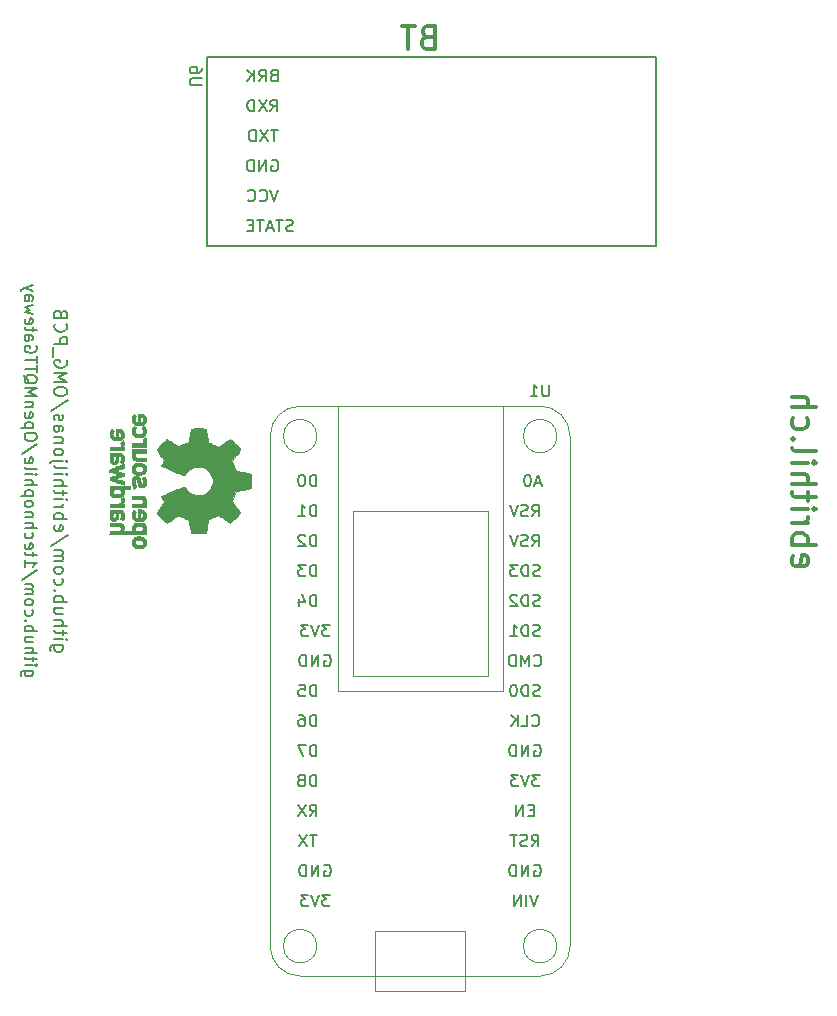
<source format=gbr>
G04 #@! TF.GenerationSoftware,KiCad,Pcbnew,(5.1.2)-1*
G04 #@! TF.CreationDate,2019-07-31T22:00:42+02:00*
G04 #@! TF.ProjectId,OpenMQTTGatewayPCB,4f70656e-4d51-4545-9447-617465776179,1*
G04 #@! TF.SameCoordinates,Original*
G04 #@! TF.FileFunction,Legend,Bot*
G04 #@! TF.FilePolarity,Positive*
%FSLAX46Y46*%
G04 Gerber Fmt 4.6, Leading zero omitted, Abs format (unit mm)*
G04 Created by KiCad (PCBNEW (5.1.2)-1) date 2019-07-31 22:00:42*
%MOMM*%
%LPD*%
G04 APERTURE LIST*
%ADD10C,0.300000*%
%ADD11C,0.150000*%
%ADD12C,0.010000*%
%ADD13C,0.120000*%
G04 APERTURE END LIST*
D10*
X97139047Y-36052142D02*
X96853333Y-36147380D01*
X96758095Y-36242619D01*
X96662857Y-36433095D01*
X96662857Y-36718809D01*
X96758095Y-36909285D01*
X96853333Y-37004523D01*
X97043809Y-37099761D01*
X97805714Y-37099761D01*
X97805714Y-35099761D01*
X97139047Y-35099761D01*
X96948571Y-35195000D01*
X96853333Y-35290238D01*
X96758095Y-35480714D01*
X96758095Y-35671190D01*
X96853333Y-35861666D01*
X96948571Y-35956904D01*
X97139047Y-36052142D01*
X97805714Y-36052142D01*
X96091428Y-35099761D02*
X94948571Y-35099761D01*
X95520000Y-37099761D02*
X95520000Y-35099761D01*
X128095476Y-79993333D02*
X128000238Y-80183809D01*
X128000238Y-80564761D01*
X128095476Y-80755238D01*
X128285952Y-80850476D01*
X129047857Y-80850476D01*
X129238333Y-80755238D01*
X129333571Y-80564761D01*
X129333571Y-80183809D01*
X129238333Y-79993333D01*
X129047857Y-79898095D01*
X128857380Y-79898095D01*
X128666904Y-80850476D01*
X128000238Y-79040952D02*
X130000238Y-79040952D01*
X129238333Y-79040952D02*
X129333571Y-78850476D01*
X129333571Y-78469523D01*
X129238333Y-78279047D01*
X129143095Y-78183809D01*
X128952619Y-78088571D01*
X128381190Y-78088571D01*
X128190714Y-78183809D01*
X128095476Y-78279047D01*
X128000238Y-78469523D01*
X128000238Y-78850476D01*
X128095476Y-79040952D01*
X128000238Y-77231428D02*
X129333571Y-77231428D01*
X128952619Y-77231428D02*
X129143095Y-77136190D01*
X129238333Y-77040952D01*
X129333571Y-76850476D01*
X129333571Y-76660000D01*
X128000238Y-75993333D02*
X129333571Y-75993333D01*
X130000238Y-75993333D02*
X129905000Y-76088571D01*
X129809761Y-75993333D01*
X129905000Y-75898095D01*
X130000238Y-75993333D01*
X129809761Y-75993333D01*
X129333571Y-75326666D02*
X129333571Y-74564761D01*
X130000238Y-75040952D02*
X128285952Y-75040952D01*
X128095476Y-74945714D01*
X128000238Y-74755238D01*
X128000238Y-74564761D01*
X128000238Y-73898095D02*
X130000238Y-73898095D01*
X128000238Y-73040952D02*
X129047857Y-73040952D01*
X129238333Y-73136190D01*
X129333571Y-73326666D01*
X129333571Y-73612380D01*
X129238333Y-73802857D01*
X129143095Y-73898095D01*
X128000238Y-72088571D02*
X129333571Y-72088571D01*
X130000238Y-72088571D02*
X129905000Y-72183809D01*
X129809761Y-72088571D01*
X129905000Y-71993333D01*
X130000238Y-72088571D01*
X129809761Y-72088571D01*
X128000238Y-70850476D02*
X128095476Y-71040952D01*
X128285952Y-71136190D01*
X130000238Y-71136190D01*
X128190714Y-70088571D02*
X128095476Y-69993333D01*
X128000238Y-70088571D01*
X128095476Y-70183809D01*
X128190714Y-70088571D01*
X128000238Y-70088571D01*
X128095476Y-68279047D02*
X128000238Y-68469523D01*
X128000238Y-68850476D01*
X128095476Y-69040952D01*
X128190714Y-69136190D01*
X128381190Y-69231428D01*
X128952619Y-69231428D01*
X129143095Y-69136190D01*
X129238333Y-69040952D01*
X129333571Y-68850476D01*
X129333571Y-68469523D01*
X129238333Y-68279047D01*
X128000238Y-67421904D02*
X130000238Y-67421904D01*
X128000238Y-66564761D02*
X129047857Y-66564761D01*
X129238333Y-66660000D01*
X129333571Y-66850476D01*
X129333571Y-67136190D01*
X129238333Y-67326666D01*
X129143095Y-67421904D01*
D11*
X66275714Y-87567142D02*
X65385238Y-87567142D01*
X65280476Y-87619523D01*
X65228095Y-87671904D01*
X65175714Y-87776666D01*
X65175714Y-87933809D01*
X65228095Y-88038571D01*
X65594761Y-87567142D02*
X65542380Y-87671904D01*
X65542380Y-87881428D01*
X65594761Y-87986190D01*
X65647142Y-88038571D01*
X65751904Y-88090952D01*
X66066190Y-88090952D01*
X66170952Y-88038571D01*
X66223333Y-87986190D01*
X66275714Y-87881428D01*
X66275714Y-87671904D01*
X66223333Y-87567142D01*
X65542380Y-87043333D02*
X66275714Y-87043333D01*
X66642380Y-87043333D02*
X66590000Y-87095714D01*
X66537619Y-87043333D01*
X66590000Y-86990952D01*
X66642380Y-87043333D01*
X66537619Y-87043333D01*
X66275714Y-86676666D02*
X66275714Y-86257619D01*
X66642380Y-86519523D02*
X65699523Y-86519523D01*
X65594761Y-86467142D01*
X65542380Y-86362380D01*
X65542380Y-86257619D01*
X65542380Y-85890952D02*
X66642380Y-85890952D01*
X65542380Y-85419523D02*
X66118571Y-85419523D01*
X66223333Y-85471904D01*
X66275714Y-85576666D01*
X66275714Y-85733809D01*
X66223333Y-85838571D01*
X66170952Y-85890952D01*
X66275714Y-84424285D02*
X65542380Y-84424285D01*
X66275714Y-84895714D02*
X65699523Y-84895714D01*
X65594761Y-84843333D01*
X65542380Y-84738571D01*
X65542380Y-84581428D01*
X65594761Y-84476666D01*
X65647142Y-84424285D01*
X65542380Y-83900476D02*
X66642380Y-83900476D01*
X66223333Y-83900476D02*
X66275714Y-83795714D01*
X66275714Y-83586190D01*
X66223333Y-83481428D01*
X66170952Y-83429047D01*
X66066190Y-83376666D01*
X65751904Y-83376666D01*
X65647142Y-83429047D01*
X65594761Y-83481428D01*
X65542380Y-83586190D01*
X65542380Y-83795714D01*
X65594761Y-83900476D01*
X65647142Y-82905238D02*
X65594761Y-82852857D01*
X65542380Y-82905238D01*
X65594761Y-82957619D01*
X65647142Y-82905238D01*
X65542380Y-82905238D01*
X65594761Y-81910000D02*
X65542380Y-82014761D01*
X65542380Y-82224285D01*
X65594761Y-82329047D01*
X65647142Y-82381428D01*
X65751904Y-82433809D01*
X66066190Y-82433809D01*
X66170952Y-82381428D01*
X66223333Y-82329047D01*
X66275714Y-82224285D01*
X66275714Y-82014761D01*
X66223333Y-81910000D01*
X65542380Y-81281428D02*
X65594761Y-81386190D01*
X65647142Y-81438571D01*
X65751904Y-81490952D01*
X66066190Y-81490952D01*
X66170952Y-81438571D01*
X66223333Y-81386190D01*
X66275714Y-81281428D01*
X66275714Y-81124285D01*
X66223333Y-81019523D01*
X66170952Y-80967142D01*
X66066190Y-80914761D01*
X65751904Y-80914761D01*
X65647142Y-80967142D01*
X65594761Y-81019523D01*
X65542380Y-81124285D01*
X65542380Y-81281428D01*
X65542380Y-80443333D02*
X66275714Y-80443333D01*
X66170952Y-80443333D02*
X66223333Y-80390952D01*
X66275714Y-80286190D01*
X66275714Y-80129047D01*
X66223333Y-80024285D01*
X66118571Y-79971904D01*
X65542380Y-79971904D01*
X66118571Y-79971904D02*
X66223333Y-79919523D01*
X66275714Y-79814761D01*
X66275714Y-79657619D01*
X66223333Y-79552857D01*
X66118571Y-79500476D01*
X65542380Y-79500476D01*
X66694761Y-78190952D02*
X65280476Y-79133809D01*
X65594761Y-77405238D02*
X65542380Y-77510000D01*
X65542380Y-77719523D01*
X65594761Y-77824285D01*
X65699523Y-77876666D01*
X66118571Y-77876666D01*
X66223333Y-77824285D01*
X66275714Y-77719523D01*
X66275714Y-77510000D01*
X66223333Y-77405238D01*
X66118571Y-77352857D01*
X66013809Y-77352857D01*
X65909047Y-77876666D01*
X65542380Y-76881428D02*
X66642380Y-76881428D01*
X66223333Y-76881428D02*
X66275714Y-76776666D01*
X66275714Y-76567142D01*
X66223333Y-76462380D01*
X66170952Y-76410000D01*
X66066190Y-76357619D01*
X65751904Y-76357619D01*
X65647142Y-76410000D01*
X65594761Y-76462380D01*
X65542380Y-76567142D01*
X65542380Y-76776666D01*
X65594761Y-76881428D01*
X65542380Y-75886190D02*
X66275714Y-75886190D01*
X66066190Y-75886190D02*
X66170952Y-75833809D01*
X66223333Y-75781428D01*
X66275714Y-75676666D01*
X66275714Y-75571904D01*
X65542380Y-75205238D02*
X66275714Y-75205238D01*
X66642380Y-75205238D02*
X66590000Y-75257619D01*
X66537619Y-75205238D01*
X66590000Y-75152857D01*
X66642380Y-75205238D01*
X66537619Y-75205238D01*
X66275714Y-74838571D02*
X66275714Y-74419523D01*
X66642380Y-74681428D02*
X65699523Y-74681428D01*
X65594761Y-74629047D01*
X65542380Y-74524285D01*
X65542380Y-74419523D01*
X65542380Y-74052857D02*
X66642380Y-74052857D01*
X65542380Y-73581428D02*
X66118571Y-73581428D01*
X66223333Y-73633809D01*
X66275714Y-73738571D01*
X66275714Y-73895714D01*
X66223333Y-74000476D01*
X66170952Y-74052857D01*
X65542380Y-73057619D02*
X66275714Y-73057619D01*
X66642380Y-73057619D02*
X66590000Y-73110000D01*
X66537619Y-73057619D01*
X66590000Y-73005238D01*
X66642380Y-73057619D01*
X66537619Y-73057619D01*
X65542380Y-72376666D02*
X65594761Y-72481428D01*
X65699523Y-72533809D01*
X66642380Y-72533809D01*
X66275714Y-71957619D02*
X65332857Y-71957619D01*
X65228095Y-72009999D01*
X65175714Y-72114761D01*
X65175714Y-72167142D01*
X66642380Y-71957619D02*
X66590000Y-72010000D01*
X66537619Y-71957619D01*
X66590000Y-71905238D01*
X66642380Y-71957619D01*
X66537619Y-71957619D01*
X65542380Y-71276666D02*
X65594761Y-71381428D01*
X65647142Y-71433809D01*
X65751904Y-71486190D01*
X66066190Y-71486190D01*
X66170952Y-71433809D01*
X66223333Y-71381428D01*
X66275714Y-71276666D01*
X66275714Y-71119523D01*
X66223333Y-71014761D01*
X66170952Y-70962380D01*
X66066190Y-70910000D01*
X65751904Y-70910000D01*
X65647142Y-70962380D01*
X65594761Y-71014761D01*
X65542380Y-71119523D01*
X65542380Y-71276666D01*
X66275714Y-70438571D02*
X65542380Y-70438571D01*
X66170952Y-70438571D02*
X66223333Y-70386190D01*
X66275714Y-70281428D01*
X66275714Y-70124285D01*
X66223333Y-70019523D01*
X66118571Y-69967142D01*
X65542380Y-69967142D01*
X65542380Y-68971904D02*
X66118571Y-68971904D01*
X66223333Y-69024285D01*
X66275714Y-69129047D01*
X66275714Y-69338571D01*
X66223333Y-69443333D01*
X65594761Y-68971904D02*
X65542380Y-69076666D01*
X65542380Y-69338571D01*
X65594761Y-69443333D01*
X65699523Y-69495714D01*
X65804285Y-69495714D01*
X65909047Y-69443333D01*
X65961428Y-69338571D01*
X65961428Y-69076666D01*
X66013809Y-68971904D01*
X65594761Y-68500476D02*
X65542380Y-68395714D01*
X65542380Y-68186190D01*
X65594761Y-68081428D01*
X65699523Y-68029047D01*
X65751904Y-68029047D01*
X65856666Y-68081428D01*
X65909047Y-68186190D01*
X65909047Y-68343333D01*
X65961428Y-68448095D01*
X66066190Y-68500476D01*
X66118571Y-68500476D01*
X66223333Y-68448095D01*
X66275714Y-68343333D01*
X66275714Y-68186190D01*
X66223333Y-68081428D01*
X66694761Y-66771904D02*
X65280476Y-67714761D01*
X66642380Y-66195714D02*
X66642380Y-65986190D01*
X66590000Y-65881428D01*
X66485238Y-65776666D01*
X66275714Y-65724285D01*
X65909047Y-65724285D01*
X65699523Y-65776666D01*
X65594761Y-65881428D01*
X65542380Y-65986190D01*
X65542380Y-66195714D01*
X65594761Y-66300476D01*
X65699523Y-66405238D01*
X65909047Y-66457619D01*
X66275714Y-66457619D01*
X66485238Y-66405238D01*
X66590000Y-66300476D01*
X66642380Y-66195714D01*
X65542380Y-65252857D02*
X66642380Y-65252857D01*
X65856666Y-64886190D01*
X66642380Y-64519523D01*
X65542380Y-64519523D01*
X66590000Y-63419523D02*
X66642380Y-63524285D01*
X66642380Y-63681428D01*
X66590000Y-63838571D01*
X66485238Y-63943333D01*
X66380476Y-63995714D01*
X66170952Y-64048095D01*
X66013809Y-64048095D01*
X65804285Y-63995714D01*
X65699523Y-63943333D01*
X65594761Y-63838571D01*
X65542380Y-63681428D01*
X65542380Y-63576666D01*
X65594761Y-63419523D01*
X65647142Y-63367142D01*
X66013809Y-63367142D01*
X66013809Y-63576666D01*
X65437619Y-63157619D02*
X65437619Y-62319523D01*
X65542380Y-62057619D02*
X66642380Y-62057619D01*
X66642380Y-61638571D01*
X66590000Y-61533809D01*
X66537619Y-61481428D01*
X66432857Y-61429047D01*
X66275714Y-61429047D01*
X66170952Y-61481428D01*
X66118571Y-61533809D01*
X66066190Y-61638571D01*
X66066190Y-62057619D01*
X65647142Y-60329047D02*
X65594761Y-60381428D01*
X65542380Y-60538571D01*
X65542380Y-60643333D01*
X65594761Y-60800476D01*
X65699523Y-60905238D01*
X65804285Y-60957619D01*
X66013809Y-61009999D01*
X66170952Y-61009999D01*
X66380476Y-60957619D01*
X66485238Y-60905238D01*
X66590000Y-60800476D01*
X66642380Y-60643333D01*
X66642380Y-60538571D01*
X66590000Y-60381428D01*
X66537619Y-60329047D01*
X66118571Y-59490952D02*
X66066190Y-59333809D01*
X66013809Y-59281428D01*
X65909047Y-59229047D01*
X65751904Y-59229047D01*
X65647142Y-59281428D01*
X65594761Y-59333809D01*
X65542380Y-59438571D01*
X65542380Y-59857619D01*
X66642380Y-59857619D01*
X66642380Y-59490952D01*
X66590000Y-59386190D01*
X66537619Y-59333809D01*
X66432857Y-59281428D01*
X66328095Y-59281428D01*
X66223333Y-59333809D01*
X66170952Y-59386190D01*
X66118571Y-59490952D01*
X66118571Y-59857619D01*
X63714285Y-89707619D02*
X62904761Y-89707619D01*
X62809523Y-89755238D01*
X62761904Y-89802857D01*
X62714285Y-89898095D01*
X62714285Y-90040952D01*
X62761904Y-90136190D01*
X63095238Y-89707619D02*
X63047619Y-89802857D01*
X63047619Y-89993333D01*
X63095238Y-90088571D01*
X63142857Y-90136190D01*
X63238095Y-90183809D01*
X63523809Y-90183809D01*
X63619047Y-90136190D01*
X63666666Y-90088571D01*
X63714285Y-89993333D01*
X63714285Y-89802857D01*
X63666666Y-89707619D01*
X63047619Y-89231428D02*
X63714285Y-89231428D01*
X64047619Y-89231428D02*
X64000000Y-89279047D01*
X63952380Y-89231428D01*
X64000000Y-89183809D01*
X64047619Y-89231428D01*
X63952380Y-89231428D01*
X63714285Y-88898095D02*
X63714285Y-88517142D01*
X64047619Y-88755238D02*
X63190476Y-88755238D01*
X63095238Y-88707619D01*
X63047619Y-88612380D01*
X63047619Y-88517142D01*
X63047619Y-88183809D02*
X64047619Y-88183809D01*
X63047619Y-87755238D02*
X63571428Y-87755238D01*
X63666666Y-87802857D01*
X63714285Y-87898095D01*
X63714285Y-88040952D01*
X63666666Y-88136190D01*
X63619047Y-88183809D01*
X63714285Y-86850476D02*
X63047619Y-86850476D01*
X63714285Y-87279047D02*
X63190476Y-87279047D01*
X63095238Y-87231428D01*
X63047619Y-87136190D01*
X63047619Y-86993333D01*
X63095238Y-86898095D01*
X63142857Y-86850476D01*
X63047619Y-86374285D02*
X64047619Y-86374285D01*
X63666666Y-86374285D02*
X63714285Y-86279047D01*
X63714285Y-86088571D01*
X63666666Y-85993333D01*
X63619047Y-85945714D01*
X63523809Y-85898095D01*
X63238095Y-85898095D01*
X63142857Y-85945714D01*
X63095238Y-85993333D01*
X63047619Y-86088571D01*
X63047619Y-86279047D01*
X63095238Y-86374285D01*
X63142857Y-85469523D02*
X63095238Y-85421904D01*
X63047619Y-85469523D01*
X63095238Y-85517142D01*
X63142857Y-85469523D01*
X63047619Y-85469523D01*
X63095238Y-84564761D02*
X63047619Y-84660000D01*
X63047619Y-84850476D01*
X63095238Y-84945714D01*
X63142857Y-84993333D01*
X63238095Y-85040952D01*
X63523809Y-85040952D01*
X63619047Y-84993333D01*
X63666666Y-84945714D01*
X63714285Y-84850476D01*
X63714285Y-84660000D01*
X63666666Y-84564761D01*
X63047619Y-83993333D02*
X63095238Y-84088571D01*
X63142857Y-84136190D01*
X63238095Y-84183809D01*
X63523809Y-84183809D01*
X63619047Y-84136190D01*
X63666666Y-84088571D01*
X63714285Y-83993333D01*
X63714285Y-83850476D01*
X63666666Y-83755238D01*
X63619047Y-83707619D01*
X63523809Y-83660000D01*
X63238095Y-83660000D01*
X63142857Y-83707619D01*
X63095238Y-83755238D01*
X63047619Y-83850476D01*
X63047619Y-83993333D01*
X63047619Y-83231428D02*
X63714285Y-83231428D01*
X63619047Y-83231428D02*
X63666666Y-83183809D01*
X63714285Y-83088571D01*
X63714285Y-82945714D01*
X63666666Y-82850476D01*
X63571428Y-82802857D01*
X63047619Y-82802857D01*
X63571428Y-82802857D02*
X63666666Y-82755238D01*
X63714285Y-82660000D01*
X63714285Y-82517142D01*
X63666666Y-82421904D01*
X63571428Y-82374285D01*
X63047619Y-82374285D01*
X64095238Y-81183809D02*
X62809523Y-82040952D01*
X63047619Y-80326666D02*
X63047619Y-80898095D01*
X63047619Y-80612380D02*
X64047619Y-80612380D01*
X63904761Y-80707619D01*
X63809523Y-80802857D01*
X63761904Y-80898095D01*
X63714285Y-80040952D02*
X63714285Y-79660000D01*
X64047619Y-79898095D02*
X63190476Y-79898095D01*
X63095238Y-79850476D01*
X63047619Y-79755238D01*
X63047619Y-79660000D01*
X63095238Y-78945714D02*
X63047619Y-79040952D01*
X63047619Y-79231428D01*
X63095238Y-79326666D01*
X63190476Y-79374285D01*
X63571428Y-79374285D01*
X63666666Y-79326666D01*
X63714285Y-79231428D01*
X63714285Y-79040952D01*
X63666666Y-78945714D01*
X63571428Y-78898095D01*
X63476190Y-78898095D01*
X63380952Y-79374285D01*
X63095238Y-78040952D02*
X63047619Y-78136190D01*
X63047619Y-78326666D01*
X63095238Y-78421904D01*
X63142857Y-78469523D01*
X63238095Y-78517142D01*
X63523809Y-78517142D01*
X63619047Y-78469523D01*
X63666666Y-78421904D01*
X63714285Y-78326666D01*
X63714285Y-78136190D01*
X63666666Y-78040952D01*
X63047619Y-77612380D02*
X64047619Y-77612380D01*
X63047619Y-77183809D02*
X63571428Y-77183809D01*
X63666666Y-77231428D01*
X63714285Y-77326666D01*
X63714285Y-77469523D01*
X63666666Y-77564761D01*
X63619047Y-77612380D01*
X63714285Y-76707619D02*
X63047619Y-76707619D01*
X63619047Y-76707619D02*
X63666666Y-76660000D01*
X63714285Y-76564761D01*
X63714285Y-76421904D01*
X63666666Y-76326666D01*
X63571428Y-76279047D01*
X63047619Y-76279047D01*
X63047619Y-75660000D02*
X63095238Y-75755238D01*
X63142857Y-75802857D01*
X63238095Y-75850476D01*
X63523809Y-75850476D01*
X63619047Y-75802857D01*
X63666666Y-75755238D01*
X63714285Y-75660000D01*
X63714285Y-75517142D01*
X63666666Y-75421904D01*
X63619047Y-75374285D01*
X63523809Y-75326666D01*
X63238095Y-75326666D01*
X63142857Y-75374285D01*
X63095238Y-75421904D01*
X63047619Y-75517142D01*
X63047619Y-75660000D01*
X63714285Y-74898095D02*
X62714285Y-74898095D01*
X63666666Y-74898095D02*
X63714285Y-74802857D01*
X63714285Y-74612380D01*
X63666666Y-74517142D01*
X63619047Y-74469523D01*
X63523809Y-74421904D01*
X63238095Y-74421904D01*
X63142857Y-74469523D01*
X63095238Y-74517142D01*
X63047619Y-74612380D01*
X63047619Y-74802857D01*
X63095238Y-74898095D01*
X63047619Y-73993333D02*
X64047619Y-73993333D01*
X63047619Y-73564761D02*
X63571428Y-73564761D01*
X63666666Y-73612380D01*
X63714285Y-73707619D01*
X63714285Y-73850476D01*
X63666666Y-73945714D01*
X63619047Y-73993333D01*
X63047619Y-73088571D02*
X63714285Y-73088571D01*
X64047619Y-73088571D02*
X64000000Y-73136190D01*
X63952380Y-73088571D01*
X64000000Y-73040952D01*
X64047619Y-73088571D01*
X63952380Y-73088571D01*
X63047619Y-72469523D02*
X63095238Y-72564761D01*
X63190476Y-72612380D01*
X64047619Y-72612380D01*
X63095238Y-71707619D02*
X63047619Y-71802857D01*
X63047619Y-71993333D01*
X63095238Y-72088571D01*
X63190476Y-72136190D01*
X63571428Y-72136190D01*
X63666666Y-72088571D01*
X63714285Y-71993333D01*
X63714285Y-71802857D01*
X63666666Y-71707619D01*
X63571428Y-71660000D01*
X63476190Y-71660000D01*
X63380952Y-72136190D01*
X64095238Y-70517142D02*
X62809523Y-71374285D01*
X64047619Y-69993333D02*
X64047619Y-69802857D01*
X64000000Y-69707619D01*
X63904761Y-69612380D01*
X63714285Y-69564761D01*
X63380952Y-69564761D01*
X63190476Y-69612380D01*
X63095238Y-69707619D01*
X63047619Y-69802857D01*
X63047619Y-69993333D01*
X63095238Y-70088571D01*
X63190476Y-70183809D01*
X63380952Y-70231428D01*
X63714285Y-70231428D01*
X63904761Y-70183809D01*
X64000000Y-70088571D01*
X64047619Y-69993333D01*
X63714285Y-69136190D02*
X62714285Y-69136190D01*
X63666666Y-69136190D02*
X63714285Y-69040952D01*
X63714285Y-68850476D01*
X63666666Y-68755238D01*
X63619047Y-68707619D01*
X63523809Y-68660000D01*
X63238095Y-68660000D01*
X63142857Y-68707619D01*
X63095238Y-68755238D01*
X63047619Y-68850476D01*
X63047619Y-69040952D01*
X63095238Y-69136190D01*
X63095238Y-67850476D02*
X63047619Y-67945714D01*
X63047619Y-68136190D01*
X63095238Y-68231428D01*
X63190476Y-68279047D01*
X63571428Y-68279047D01*
X63666666Y-68231428D01*
X63714285Y-68136190D01*
X63714285Y-67945714D01*
X63666666Y-67850476D01*
X63571428Y-67802857D01*
X63476190Y-67802857D01*
X63380952Y-68279047D01*
X63714285Y-67374285D02*
X63047619Y-67374285D01*
X63619047Y-67374285D02*
X63666666Y-67326666D01*
X63714285Y-67231428D01*
X63714285Y-67088571D01*
X63666666Y-66993333D01*
X63571428Y-66945714D01*
X63047619Y-66945714D01*
X63047619Y-66469523D02*
X64047619Y-66469523D01*
X63333333Y-66136190D01*
X64047619Y-65802857D01*
X63047619Y-65802857D01*
X62952380Y-64660000D02*
X63000000Y-64755238D01*
X63095238Y-64850476D01*
X63238095Y-64993333D01*
X63285714Y-65088571D01*
X63285714Y-65183809D01*
X63047619Y-65136190D02*
X63095238Y-65231428D01*
X63190476Y-65326666D01*
X63380952Y-65374285D01*
X63714285Y-65374285D01*
X63904761Y-65326666D01*
X64000000Y-65231428D01*
X64047619Y-65136190D01*
X64047619Y-64945714D01*
X64000000Y-64850476D01*
X63904761Y-64755238D01*
X63714285Y-64707619D01*
X63380952Y-64707619D01*
X63190476Y-64755238D01*
X63095238Y-64850476D01*
X63047619Y-64945714D01*
X63047619Y-65136190D01*
X64047619Y-64421904D02*
X64047619Y-63850476D01*
X63047619Y-64136190D02*
X64047619Y-64136190D01*
X64047619Y-63660000D02*
X64047619Y-63088571D01*
X63047619Y-63374285D02*
X64047619Y-63374285D01*
X64000000Y-62231428D02*
X64047619Y-62326666D01*
X64047619Y-62469523D01*
X64000000Y-62612380D01*
X63904761Y-62707619D01*
X63809523Y-62755238D01*
X63619047Y-62802857D01*
X63476190Y-62802857D01*
X63285714Y-62755238D01*
X63190476Y-62707619D01*
X63095238Y-62612380D01*
X63047619Y-62469523D01*
X63047619Y-62374285D01*
X63095238Y-62231428D01*
X63142857Y-62183809D01*
X63476190Y-62183809D01*
X63476190Y-62374285D01*
X63047619Y-61326666D02*
X63571428Y-61326666D01*
X63666666Y-61374285D01*
X63714285Y-61469523D01*
X63714285Y-61660000D01*
X63666666Y-61755238D01*
X63095238Y-61326666D02*
X63047619Y-61421904D01*
X63047619Y-61660000D01*
X63095238Y-61755238D01*
X63190476Y-61802857D01*
X63285714Y-61802857D01*
X63380952Y-61755238D01*
X63428571Y-61660000D01*
X63428571Y-61421904D01*
X63476190Y-61326666D01*
X63714285Y-60993333D02*
X63714285Y-60612380D01*
X64047619Y-60850476D02*
X63190476Y-60850476D01*
X63095238Y-60802857D01*
X63047619Y-60707619D01*
X63047619Y-60612380D01*
X63095238Y-59898095D02*
X63047619Y-59993333D01*
X63047619Y-60183809D01*
X63095238Y-60279047D01*
X63190476Y-60326666D01*
X63571428Y-60326666D01*
X63666666Y-60279047D01*
X63714285Y-60183809D01*
X63714285Y-59993333D01*
X63666666Y-59898095D01*
X63571428Y-59850476D01*
X63476190Y-59850476D01*
X63380952Y-60326666D01*
X63714285Y-59517142D02*
X63047619Y-59326666D01*
X63523809Y-59136190D01*
X63047619Y-58945714D01*
X63714285Y-58755238D01*
X63047619Y-57945714D02*
X63571428Y-57945714D01*
X63666666Y-57993333D01*
X63714285Y-58088571D01*
X63714285Y-58279047D01*
X63666666Y-58374285D01*
X63095238Y-57945714D02*
X63047619Y-58040952D01*
X63047619Y-58279047D01*
X63095238Y-58374285D01*
X63190476Y-58421904D01*
X63285714Y-58421904D01*
X63380952Y-58374285D01*
X63428571Y-58279047D01*
X63428571Y-58040952D01*
X63476190Y-57945714D01*
X63714285Y-57564761D02*
X63047619Y-57326666D01*
X63714285Y-57088571D02*
X63047619Y-57326666D01*
X62809523Y-57421904D01*
X62761904Y-57469523D01*
X62714285Y-57564761D01*
D12*
G36*
X81566828Y-72913465D02*
G01*
X80969637Y-72800883D01*
X80798390Y-72385469D01*
X80627143Y-71970056D01*
X80966022Y-71471698D01*
X81060378Y-71332132D01*
X81144625Y-71205972D01*
X81214917Y-71099105D01*
X81267408Y-71017418D01*
X81298251Y-70966799D01*
X81304902Y-70953014D01*
X81287797Y-70928180D01*
X81240511Y-70875112D01*
X81169083Y-70799760D01*
X81079555Y-70708071D01*
X80977966Y-70605993D01*
X80870357Y-70499474D01*
X80762768Y-70394464D01*
X80661240Y-70296909D01*
X80571814Y-70212758D01*
X80500529Y-70147960D01*
X80453427Y-70108462D01*
X80437663Y-70099020D01*
X80408602Y-70112609D01*
X80344934Y-70150707D01*
X80252888Y-70209306D01*
X80138691Y-70284403D01*
X80008571Y-70371991D01*
X79934354Y-70422746D01*
X79798833Y-70515255D01*
X79676539Y-70597460D01*
X79573560Y-70665370D01*
X79495982Y-70715000D01*
X79449894Y-70742360D01*
X79440208Y-70746471D01*
X79412681Y-70737151D01*
X79348527Y-70711746D01*
X79256765Y-70674089D01*
X79146416Y-70628014D01*
X79026500Y-70577354D01*
X78906036Y-70525941D01*
X78794046Y-70477611D01*
X78699548Y-70436194D01*
X78631563Y-70405526D01*
X78599112Y-70389438D01*
X78597835Y-70388489D01*
X78591638Y-70363228D01*
X78577815Y-70295954D01*
X78557723Y-70193640D01*
X78532721Y-70063259D01*
X78504169Y-69911784D01*
X78487704Y-69823406D01*
X78456886Y-69661548D01*
X78427561Y-69515351D01*
X78401334Y-69392213D01*
X78379809Y-69299531D01*
X78364590Y-69244699D01*
X78359762Y-69233677D01*
X78327081Y-69222881D01*
X78253270Y-69214171D01*
X78146963Y-69207540D01*
X78016788Y-69202982D01*
X77871379Y-69200491D01*
X77719365Y-69200062D01*
X77569378Y-69201689D01*
X77430049Y-69205365D01*
X77310010Y-69211085D01*
X77217890Y-69218842D01*
X77162323Y-69228632D01*
X77150755Y-69234504D01*
X77136890Y-69269601D01*
X77117067Y-69343972D01*
X77093616Y-69447777D01*
X77068864Y-69571181D01*
X77060857Y-69614259D01*
X77022814Y-69821953D01*
X76992176Y-69986016D01*
X76967726Y-70111870D01*
X76948246Y-70204935D01*
X76932519Y-70270633D01*
X76919327Y-70314383D01*
X76907451Y-70341608D01*
X76895675Y-70357728D01*
X76893347Y-70359983D01*
X76855855Y-70382497D01*
X76782890Y-70416842D01*
X76683388Y-70459589D01*
X76566282Y-70507308D01*
X76440507Y-70556570D01*
X76314998Y-70603945D01*
X76198690Y-70646005D01*
X76100516Y-70679320D01*
X76029412Y-70700459D01*
X75994313Y-70705995D01*
X75993083Y-70705534D01*
X75964394Y-70686777D01*
X75901270Y-70644224D01*
X75810282Y-70582347D01*
X75698000Y-70505618D01*
X75570995Y-70418509D01*
X75534902Y-70393701D01*
X75404052Y-70305247D01*
X75284664Y-70227412D01*
X75183593Y-70164434D01*
X75107696Y-70120555D01*
X75063828Y-70100015D01*
X75058438Y-70099020D01*
X75030111Y-70116278D01*
X74973994Y-70163964D01*
X74896118Y-70235950D01*
X74802515Y-70326103D01*
X74699214Y-70428295D01*
X74592249Y-70536394D01*
X74487649Y-70644272D01*
X74391446Y-70745796D01*
X74309671Y-70834838D01*
X74248355Y-70905267D01*
X74213529Y-70950953D01*
X74207843Y-70963591D01*
X74221235Y-70993009D01*
X74257356Y-71053239D01*
X74310119Y-71134470D01*
X74352588Y-71196970D01*
X74430515Y-71310215D01*
X74522271Y-71444326D01*
X74613880Y-71578845D01*
X74662909Y-71651167D01*
X74828485Y-71895962D01*
X74717380Y-72101449D01*
X74668707Y-72195064D01*
X74630874Y-72274670D01*
X74609297Y-72328533D01*
X74606294Y-72342243D01*
X74628462Y-72358730D01*
X74691106Y-72391255D01*
X74788446Y-72437391D01*
X74914706Y-72494710D01*
X75064105Y-72560784D01*
X75230867Y-72633185D01*
X75409213Y-72709484D01*
X75593364Y-72787254D01*
X75777543Y-72864066D01*
X75955970Y-72937494D01*
X76122868Y-73005108D01*
X76272458Y-73064480D01*
X76398962Y-73113184D01*
X76496601Y-73148790D01*
X76559598Y-73168870D01*
X76581234Y-73172100D01*
X76608831Y-73146504D01*
X76653630Y-73090461D01*
X76706321Y-73015689D01*
X76710490Y-73009413D01*
X76865186Y-72816155D01*
X77045664Y-72660326D01*
X77246153Y-72543276D01*
X77460881Y-72466355D01*
X77684078Y-72430914D01*
X77909974Y-72438303D01*
X78132796Y-72489873D01*
X78346776Y-72586974D01*
X78393591Y-72615542D01*
X78582637Y-72764132D01*
X78734443Y-72939673D01*
X78848221Y-73136090D01*
X78923180Y-73347307D01*
X78958533Y-73567247D01*
X78953488Y-73789837D01*
X78907256Y-74008999D01*
X78819049Y-74218658D01*
X78688076Y-74412739D01*
X78634918Y-74472774D01*
X78468516Y-74625565D01*
X78293343Y-74736903D01*
X78096989Y-74813277D01*
X77902538Y-74855813D01*
X77683913Y-74866314D01*
X77464203Y-74831299D01*
X77250835Y-74754327D01*
X77051233Y-74638953D01*
X76872826Y-74488734D01*
X76723038Y-74307227D01*
X76707249Y-74283373D01*
X76655543Y-74207799D01*
X76610743Y-74150349D01*
X76582138Y-74122883D01*
X76581234Y-74122483D01*
X76550291Y-74128380D01*
X76480064Y-74151755D01*
X76376330Y-74190179D01*
X76244865Y-74241223D01*
X76091448Y-74302458D01*
X75921854Y-74371456D01*
X75741862Y-74445786D01*
X75557247Y-74523022D01*
X75373787Y-74600732D01*
X75197259Y-74676489D01*
X75033441Y-74747863D01*
X74888108Y-74812426D01*
X74767038Y-74867748D01*
X74676008Y-74911400D01*
X74620795Y-74940954D01*
X74606294Y-74952856D01*
X74617586Y-74989223D01*
X74647870Y-75057270D01*
X74691735Y-75145263D01*
X74717380Y-75193649D01*
X74828485Y-75399137D01*
X74662909Y-75643932D01*
X74578085Y-75768894D01*
X74484739Y-75905705D01*
X74396847Y-76033911D01*
X74352588Y-76098129D01*
X74291937Y-76188449D01*
X74243874Y-76264929D01*
X74214485Y-76317593D01*
X74208273Y-76334698D01*
X74225032Y-76359595D01*
X74271819Y-76414695D01*
X74343775Y-76494657D01*
X74436043Y-76594139D01*
X74543765Y-76707800D01*
X74612929Y-76779685D01*
X74736498Y-76905449D01*
X74847021Y-77014137D01*
X74939770Y-77101355D01*
X75010018Y-77162711D01*
X75053035Y-77193809D01*
X75061765Y-77196792D01*
X75094971Y-77182947D01*
X75162113Y-77144688D01*
X75256392Y-77086258D01*
X75371010Y-77011903D01*
X75499172Y-76925865D01*
X75534902Y-76901397D01*
X75664766Y-76812245D01*
X75781686Y-76732262D01*
X75879093Y-76665920D01*
X75950416Y-76617689D01*
X75989085Y-76592043D01*
X75993083Y-76589565D01*
X76023900Y-76593271D01*
X76091656Y-76612939D01*
X76187416Y-76645140D01*
X76302246Y-76686445D01*
X76427211Y-76733425D01*
X76553376Y-76782651D01*
X76671807Y-76830692D01*
X76773570Y-76874119D01*
X76849729Y-76909504D01*
X76891351Y-76933416D01*
X76893347Y-76935116D01*
X76905242Y-76949738D01*
X76917005Y-76974435D01*
X76929854Y-77014628D01*
X76945006Y-77075737D01*
X76963679Y-77163183D01*
X76987090Y-77282388D01*
X77016458Y-77438773D01*
X77053000Y-77637757D01*
X77060857Y-77680840D01*
X77085528Y-77808529D01*
X77109662Y-77919847D01*
X77130931Y-78004955D01*
X77147007Y-78054017D01*
X77150755Y-78060595D01*
X77183982Y-78071436D01*
X77258234Y-78080247D01*
X77364879Y-78087024D01*
X77495288Y-78091760D01*
X77640828Y-78094450D01*
X77792869Y-78095087D01*
X77942779Y-78093666D01*
X78081927Y-78090180D01*
X78201683Y-78084624D01*
X78293414Y-78076992D01*
X78348489Y-78067278D01*
X78359762Y-78061422D01*
X78371132Y-78028820D01*
X78389631Y-77954582D01*
X78413653Y-77846104D01*
X78441593Y-77710783D01*
X78471847Y-77556015D01*
X78487704Y-77471692D01*
X78517611Y-77311704D01*
X78544705Y-77169033D01*
X78567624Y-77050652D01*
X78585012Y-76963535D01*
X78595508Y-76914655D01*
X78597835Y-76906610D01*
X78624069Y-76893013D01*
X78687260Y-76864271D01*
X78778378Y-76824215D01*
X78888398Y-76776676D01*
X79008290Y-76725485D01*
X79129028Y-76674474D01*
X79241584Y-76627474D01*
X79336929Y-76588316D01*
X79406038Y-76560831D01*
X79439881Y-76548851D01*
X79441360Y-76548628D01*
X79468058Y-76562209D01*
X79529495Y-76600285D01*
X79619566Y-76658853D01*
X79732165Y-76733912D01*
X79861185Y-76821460D01*
X79935294Y-76872353D01*
X80071178Y-76965091D01*
X80194546Y-77047459D01*
X80299158Y-77115439D01*
X80378772Y-77165012D01*
X80427148Y-77192158D01*
X80437993Y-77196079D01*
X80463235Y-77179225D01*
X80517131Y-77132632D01*
X80593642Y-77062251D01*
X80686732Y-76974035D01*
X80790360Y-76873935D01*
X80898491Y-76767902D01*
X81005085Y-76661889D01*
X81104105Y-76561848D01*
X81189513Y-76473730D01*
X81255270Y-76403487D01*
X81295339Y-76357072D01*
X81304902Y-76341544D01*
X81291455Y-76316261D01*
X81253680Y-76255789D01*
X81195420Y-76166008D01*
X81120521Y-76052797D01*
X81032830Y-75922036D01*
X80966022Y-75823400D01*
X80627143Y-75325043D01*
X80798390Y-74909629D01*
X80969637Y-74494216D01*
X81566828Y-74381634D01*
X82164020Y-74269051D01*
X82164020Y-73026048D01*
X81566828Y-72913465D01*
X81566828Y-72913465D01*
G37*
X81566828Y-72913465D02*
X80969637Y-72800883D01*
X80798390Y-72385469D01*
X80627143Y-71970056D01*
X80966022Y-71471698D01*
X81060378Y-71332132D01*
X81144625Y-71205972D01*
X81214917Y-71099105D01*
X81267408Y-71017418D01*
X81298251Y-70966799D01*
X81304902Y-70953014D01*
X81287797Y-70928180D01*
X81240511Y-70875112D01*
X81169083Y-70799760D01*
X81079555Y-70708071D01*
X80977966Y-70605993D01*
X80870357Y-70499474D01*
X80762768Y-70394464D01*
X80661240Y-70296909D01*
X80571814Y-70212758D01*
X80500529Y-70147960D01*
X80453427Y-70108462D01*
X80437663Y-70099020D01*
X80408602Y-70112609D01*
X80344934Y-70150707D01*
X80252888Y-70209306D01*
X80138691Y-70284403D01*
X80008571Y-70371991D01*
X79934354Y-70422746D01*
X79798833Y-70515255D01*
X79676539Y-70597460D01*
X79573560Y-70665370D01*
X79495982Y-70715000D01*
X79449894Y-70742360D01*
X79440208Y-70746471D01*
X79412681Y-70737151D01*
X79348527Y-70711746D01*
X79256765Y-70674089D01*
X79146416Y-70628014D01*
X79026500Y-70577354D01*
X78906036Y-70525941D01*
X78794046Y-70477611D01*
X78699548Y-70436194D01*
X78631563Y-70405526D01*
X78599112Y-70389438D01*
X78597835Y-70388489D01*
X78591638Y-70363228D01*
X78577815Y-70295954D01*
X78557723Y-70193640D01*
X78532721Y-70063259D01*
X78504169Y-69911784D01*
X78487704Y-69823406D01*
X78456886Y-69661548D01*
X78427561Y-69515351D01*
X78401334Y-69392213D01*
X78379809Y-69299531D01*
X78364590Y-69244699D01*
X78359762Y-69233677D01*
X78327081Y-69222881D01*
X78253270Y-69214171D01*
X78146963Y-69207540D01*
X78016788Y-69202982D01*
X77871379Y-69200491D01*
X77719365Y-69200062D01*
X77569378Y-69201689D01*
X77430049Y-69205365D01*
X77310010Y-69211085D01*
X77217890Y-69218842D01*
X77162323Y-69228632D01*
X77150755Y-69234504D01*
X77136890Y-69269601D01*
X77117067Y-69343972D01*
X77093616Y-69447777D01*
X77068864Y-69571181D01*
X77060857Y-69614259D01*
X77022814Y-69821953D01*
X76992176Y-69986016D01*
X76967726Y-70111870D01*
X76948246Y-70204935D01*
X76932519Y-70270633D01*
X76919327Y-70314383D01*
X76907451Y-70341608D01*
X76895675Y-70357728D01*
X76893347Y-70359983D01*
X76855855Y-70382497D01*
X76782890Y-70416842D01*
X76683388Y-70459589D01*
X76566282Y-70507308D01*
X76440507Y-70556570D01*
X76314998Y-70603945D01*
X76198690Y-70646005D01*
X76100516Y-70679320D01*
X76029412Y-70700459D01*
X75994313Y-70705995D01*
X75993083Y-70705534D01*
X75964394Y-70686777D01*
X75901270Y-70644224D01*
X75810282Y-70582347D01*
X75698000Y-70505618D01*
X75570995Y-70418509D01*
X75534902Y-70393701D01*
X75404052Y-70305247D01*
X75284664Y-70227412D01*
X75183593Y-70164434D01*
X75107696Y-70120555D01*
X75063828Y-70100015D01*
X75058438Y-70099020D01*
X75030111Y-70116278D01*
X74973994Y-70163964D01*
X74896118Y-70235950D01*
X74802515Y-70326103D01*
X74699214Y-70428295D01*
X74592249Y-70536394D01*
X74487649Y-70644272D01*
X74391446Y-70745796D01*
X74309671Y-70834838D01*
X74248355Y-70905267D01*
X74213529Y-70950953D01*
X74207843Y-70963591D01*
X74221235Y-70993009D01*
X74257356Y-71053239D01*
X74310119Y-71134470D01*
X74352588Y-71196970D01*
X74430515Y-71310215D01*
X74522271Y-71444326D01*
X74613880Y-71578845D01*
X74662909Y-71651167D01*
X74828485Y-71895962D01*
X74717380Y-72101449D01*
X74668707Y-72195064D01*
X74630874Y-72274670D01*
X74609297Y-72328533D01*
X74606294Y-72342243D01*
X74628462Y-72358730D01*
X74691106Y-72391255D01*
X74788446Y-72437391D01*
X74914706Y-72494710D01*
X75064105Y-72560784D01*
X75230867Y-72633185D01*
X75409213Y-72709484D01*
X75593364Y-72787254D01*
X75777543Y-72864066D01*
X75955970Y-72937494D01*
X76122868Y-73005108D01*
X76272458Y-73064480D01*
X76398962Y-73113184D01*
X76496601Y-73148790D01*
X76559598Y-73168870D01*
X76581234Y-73172100D01*
X76608831Y-73146504D01*
X76653630Y-73090461D01*
X76706321Y-73015689D01*
X76710490Y-73009413D01*
X76865186Y-72816155D01*
X77045664Y-72660326D01*
X77246153Y-72543276D01*
X77460881Y-72466355D01*
X77684078Y-72430914D01*
X77909974Y-72438303D01*
X78132796Y-72489873D01*
X78346776Y-72586974D01*
X78393591Y-72615542D01*
X78582637Y-72764132D01*
X78734443Y-72939673D01*
X78848221Y-73136090D01*
X78923180Y-73347307D01*
X78958533Y-73567247D01*
X78953488Y-73789837D01*
X78907256Y-74008999D01*
X78819049Y-74218658D01*
X78688076Y-74412739D01*
X78634918Y-74472774D01*
X78468516Y-74625565D01*
X78293343Y-74736903D01*
X78096989Y-74813277D01*
X77902538Y-74855813D01*
X77683913Y-74866314D01*
X77464203Y-74831299D01*
X77250835Y-74754327D01*
X77051233Y-74638953D01*
X76872826Y-74488734D01*
X76723038Y-74307227D01*
X76707249Y-74283373D01*
X76655543Y-74207799D01*
X76610743Y-74150349D01*
X76582138Y-74122883D01*
X76581234Y-74122483D01*
X76550291Y-74128380D01*
X76480064Y-74151755D01*
X76376330Y-74190179D01*
X76244865Y-74241223D01*
X76091448Y-74302458D01*
X75921854Y-74371456D01*
X75741862Y-74445786D01*
X75557247Y-74523022D01*
X75373787Y-74600732D01*
X75197259Y-74676489D01*
X75033441Y-74747863D01*
X74888108Y-74812426D01*
X74767038Y-74867748D01*
X74676008Y-74911400D01*
X74620795Y-74940954D01*
X74606294Y-74952856D01*
X74617586Y-74989223D01*
X74647870Y-75057270D01*
X74691735Y-75145263D01*
X74717380Y-75193649D01*
X74828485Y-75399137D01*
X74662909Y-75643932D01*
X74578085Y-75768894D01*
X74484739Y-75905705D01*
X74396847Y-76033911D01*
X74352588Y-76098129D01*
X74291937Y-76188449D01*
X74243874Y-76264929D01*
X74214485Y-76317593D01*
X74208273Y-76334698D01*
X74225032Y-76359595D01*
X74271819Y-76414695D01*
X74343775Y-76494657D01*
X74436043Y-76594139D01*
X74543765Y-76707800D01*
X74612929Y-76779685D01*
X74736498Y-76905449D01*
X74847021Y-77014137D01*
X74939770Y-77101355D01*
X75010018Y-77162711D01*
X75053035Y-77193809D01*
X75061765Y-77196792D01*
X75094971Y-77182947D01*
X75162113Y-77144688D01*
X75256392Y-77086258D01*
X75371010Y-77011903D01*
X75499172Y-76925865D01*
X75534902Y-76901397D01*
X75664766Y-76812245D01*
X75781686Y-76732262D01*
X75879093Y-76665920D01*
X75950416Y-76617689D01*
X75989085Y-76592043D01*
X75993083Y-76589565D01*
X76023900Y-76593271D01*
X76091656Y-76612939D01*
X76187416Y-76645140D01*
X76302246Y-76686445D01*
X76427211Y-76733425D01*
X76553376Y-76782651D01*
X76671807Y-76830692D01*
X76773570Y-76874119D01*
X76849729Y-76909504D01*
X76891351Y-76933416D01*
X76893347Y-76935116D01*
X76905242Y-76949738D01*
X76917005Y-76974435D01*
X76929854Y-77014628D01*
X76945006Y-77075737D01*
X76963679Y-77163183D01*
X76987090Y-77282388D01*
X77016458Y-77438773D01*
X77053000Y-77637757D01*
X77060857Y-77680840D01*
X77085528Y-77808529D01*
X77109662Y-77919847D01*
X77130931Y-78004955D01*
X77147007Y-78054017D01*
X77150755Y-78060595D01*
X77183982Y-78071436D01*
X77258234Y-78080247D01*
X77364879Y-78087024D01*
X77495288Y-78091760D01*
X77640828Y-78094450D01*
X77792869Y-78095087D01*
X77942779Y-78093666D01*
X78081927Y-78090180D01*
X78201683Y-78084624D01*
X78293414Y-78076992D01*
X78348489Y-78067278D01*
X78359762Y-78061422D01*
X78371132Y-78028820D01*
X78389631Y-77954582D01*
X78413653Y-77846104D01*
X78441593Y-77710783D01*
X78471847Y-77556015D01*
X78487704Y-77471692D01*
X78517611Y-77311704D01*
X78544705Y-77169033D01*
X78567624Y-77050652D01*
X78585012Y-76963535D01*
X78595508Y-76914655D01*
X78597835Y-76906610D01*
X78624069Y-76893013D01*
X78687260Y-76864271D01*
X78778378Y-76824215D01*
X78888398Y-76776676D01*
X79008290Y-76725485D01*
X79129028Y-76674474D01*
X79241584Y-76627474D01*
X79336929Y-76588316D01*
X79406038Y-76560831D01*
X79439881Y-76548851D01*
X79441360Y-76548628D01*
X79468058Y-76562209D01*
X79529495Y-76600285D01*
X79619566Y-76658853D01*
X79732165Y-76733912D01*
X79861185Y-76821460D01*
X79935294Y-76872353D01*
X80071178Y-76965091D01*
X80194546Y-77047459D01*
X80299158Y-77115439D01*
X80378772Y-77165012D01*
X80427148Y-77192158D01*
X80437993Y-77196079D01*
X80463235Y-77179225D01*
X80517131Y-77132632D01*
X80593642Y-77062251D01*
X80686732Y-76974035D01*
X80790360Y-76873935D01*
X80898491Y-76767902D01*
X81005085Y-76661889D01*
X81104105Y-76561848D01*
X81189513Y-76473730D01*
X81255270Y-76403487D01*
X81295339Y-76357072D01*
X81304902Y-76341544D01*
X81291455Y-76316261D01*
X81253680Y-76255789D01*
X81195420Y-76166008D01*
X81120521Y-76052797D01*
X81032830Y-75922036D01*
X80966022Y-75823400D01*
X80627143Y-75325043D01*
X80798390Y-74909629D01*
X80969637Y-74494216D01*
X81566828Y-74381634D01*
X82164020Y-74269051D01*
X82164020Y-73026048D01*
X81566828Y-72913465D01*
G36*
X73312528Y-70096363D02*
G01*
X73286359Y-70010710D01*
X73253293Y-69955563D01*
X73227145Y-69937599D01*
X73196148Y-69942543D01*
X73147453Y-69974628D01*
X73112965Y-70001757D01*
X73050617Y-70057683D01*
X73024385Y-70099701D01*
X73026097Y-70135520D01*
X73053137Y-70241776D01*
X73051909Y-70319811D01*
X73021265Y-70383180D01*
X73003330Y-70404454D01*
X72940221Y-70472549D01*
X72116078Y-70472549D01*
X72116078Y-70746471D01*
X73311372Y-70746471D01*
X73311372Y-70609510D01*
X73308121Y-70527281D01*
X73296574Y-70484856D01*
X73274048Y-70472555D01*
X73273380Y-70472549D01*
X73249785Y-70466740D01*
X73252862Y-70440469D01*
X73269885Y-70404069D01*
X73301561Y-70328889D01*
X73320619Y-70267842D01*
X73325504Y-70189292D01*
X73312528Y-70096363D01*
X73312528Y-70096363D01*
G37*
X73312528Y-70096363D02*
X73286359Y-70010710D01*
X73253293Y-69955563D01*
X73227145Y-69937599D01*
X73196148Y-69942543D01*
X73147453Y-69974628D01*
X73112965Y-70001757D01*
X73050617Y-70057683D01*
X73024385Y-70099701D01*
X73026097Y-70135520D01*
X73053137Y-70241776D01*
X73051909Y-70319811D01*
X73021265Y-70383180D01*
X73003330Y-70404454D01*
X72940221Y-70472549D01*
X72116078Y-70472549D01*
X72116078Y-70746471D01*
X73311372Y-70746471D01*
X73311372Y-70609510D01*
X73308121Y-70527281D01*
X73296574Y-70484856D01*
X73274048Y-70472555D01*
X73273380Y-70472549D01*
X73249785Y-70466740D01*
X73252862Y-70440469D01*
X73269885Y-70404069D01*
X73301561Y-70328889D01*
X73320619Y-70267842D01*
X73325504Y-70189292D01*
X73312528Y-70096363D01*
G36*
X73290801Y-75153240D02*
G01*
X73261198Y-75091264D01*
X73218439Y-75031241D01*
X73169225Y-74985514D01*
X73106456Y-74952207D01*
X73023029Y-74929445D01*
X72911841Y-74915353D01*
X72765791Y-74908058D01*
X72577777Y-74905682D01*
X72558088Y-74905645D01*
X72116078Y-74905098D01*
X72116078Y-75179020D01*
X72523565Y-75179020D01*
X72674529Y-75179215D01*
X72783944Y-75180564D01*
X72860067Y-75184212D01*
X72911152Y-75191304D01*
X72945455Y-75202987D01*
X72971232Y-75220406D01*
X72996702Y-75244671D01*
X73051429Y-75329565D01*
X73061584Y-75422239D01*
X73026983Y-75510527D01*
X73001230Y-75541230D01*
X72977018Y-75563771D01*
X72951088Y-75579954D01*
X72915292Y-75590832D01*
X72861481Y-75597458D01*
X72781507Y-75600885D01*
X72667221Y-75602166D01*
X72528093Y-75602353D01*
X72116078Y-75602353D01*
X72116078Y-75876275D01*
X73311372Y-75876275D01*
X73311372Y-75739314D01*
X73308121Y-75657084D01*
X73296574Y-75614660D01*
X73274048Y-75602359D01*
X73273380Y-75602353D01*
X73251319Y-75596646D01*
X73253823Y-75571473D01*
X73278063Y-75521422D01*
X73313729Y-75407906D01*
X73317695Y-75278055D01*
X73290801Y-75153240D01*
X73290801Y-75153240D01*
G37*
X73290801Y-75153240D02*
X73261198Y-75091264D01*
X73218439Y-75031241D01*
X73169225Y-74985514D01*
X73106456Y-74952207D01*
X73023029Y-74929445D01*
X72911841Y-74915353D01*
X72765791Y-74908058D01*
X72577777Y-74905682D01*
X72558088Y-74905645D01*
X72116078Y-74905098D01*
X72116078Y-75179020D01*
X72523565Y-75179020D01*
X72674529Y-75179215D01*
X72783944Y-75180564D01*
X72860067Y-75184212D01*
X72911152Y-75191304D01*
X72945455Y-75202987D01*
X72971232Y-75220406D01*
X72996702Y-75244671D01*
X73051429Y-75329565D01*
X73061584Y-75422239D01*
X73026983Y-75510527D01*
X73001230Y-75541230D01*
X72977018Y-75563771D01*
X72951088Y-75579954D01*
X72915292Y-75590832D01*
X72861481Y-75597458D01*
X72781507Y-75600885D01*
X72667221Y-75602166D01*
X72528093Y-75602353D01*
X72116078Y-75602353D01*
X72116078Y-75876275D01*
X73311372Y-75876275D01*
X73311372Y-75739314D01*
X73308121Y-75657084D01*
X73296574Y-75614660D01*
X73274048Y-75602359D01*
X73273380Y-75602353D01*
X73251319Y-75596646D01*
X73253823Y-75571473D01*
X73278063Y-75521422D01*
X73313729Y-75407906D01*
X73317695Y-75278055D01*
X73290801Y-75153240D01*
G36*
X73315645Y-68356713D02*
G01*
X73300155Y-68292949D01*
X73243431Y-68170700D01*
X73156798Y-68066166D01*
X73052926Y-67993820D01*
X73029604Y-67983881D01*
X72968516Y-67970246D01*
X72878147Y-67960702D01*
X72786810Y-67957451D01*
X72614118Y-67957451D01*
X72614118Y-68318530D01*
X72613555Y-68467454D01*
X72610136Y-68572368D01*
X72601269Y-68639063D01*
X72584359Y-68673334D01*
X72556811Y-68680972D01*
X72516032Y-68667771D01*
X72468317Y-68644123D01*
X72388686Y-68578157D01*
X72349013Y-68486488D01*
X72350305Y-68374445D01*
X72393486Y-68247528D01*
X72446776Y-68137842D01*
X72374809Y-68046827D01*
X72302843Y-67955812D01*
X72223731Y-68041437D01*
X72148983Y-68155750D01*
X72103916Y-68296334D01*
X72091304Y-68447551D01*
X72113921Y-68593764D01*
X72121595Y-68617353D01*
X72188704Y-68745859D01*
X72288753Y-68841449D01*
X72424729Y-68906139D01*
X72599620Y-68941943D01*
X72603368Y-68942360D01*
X72793968Y-68945566D01*
X72861965Y-68932607D01*
X72861965Y-68679608D01*
X72851509Y-68656373D01*
X72843500Y-68593290D01*
X72838927Y-68500294D01*
X72838235Y-68441362D01*
X72838668Y-68331463D01*
X72841422Y-68262748D01*
X72848679Y-68226595D01*
X72862624Y-68214385D01*
X72885438Y-68217496D01*
X72894265Y-68220106D01*
X72977200Y-68264656D01*
X73044040Y-68334721D01*
X73073411Y-68396554D01*
X73071638Y-68478699D01*
X73035010Y-68561938D01*
X72974366Y-68631762D01*
X72900544Y-68673663D01*
X72861965Y-68679608D01*
X72861965Y-68932607D01*
X72961605Y-68913615D01*
X73102289Y-68850227D01*
X73212026Y-68759122D01*
X73286826Y-68644022D01*
X73322696Y-68508645D01*
X73315645Y-68356713D01*
X73315645Y-68356713D01*
G37*
X73315645Y-68356713D02*
X73300155Y-68292949D01*
X73243431Y-68170700D01*
X73156798Y-68066166D01*
X73052926Y-67993820D01*
X73029604Y-67983881D01*
X72968516Y-67970246D01*
X72878147Y-67960702D01*
X72786810Y-67957451D01*
X72614118Y-67957451D01*
X72614118Y-68318530D01*
X72613555Y-68467454D01*
X72610136Y-68572368D01*
X72601269Y-68639063D01*
X72584359Y-68673334D01*
X72556811Y-68680972D01*
X72516032Y-68667771D01*
X72468317Y-68644123D01*
X72388686Y-68578157D01*
X72349013Y-68486488D01*
X72350305Y-68374445D01*
X72393486Y-68247528D01*
X72446776Y-68137842D01*
X72374809Y-68046827D01*
X72302843Y-67955812D01*
X72223731Y-68041437D01*
X72148983Y-68155750D01*
X72103916Y-68296334D01*
X72091304Y-68447551D01*
X72113921Y-68593764D01*
X72121595Y-68617353D01*
X72188704Y-68745859D01*
X72288753Y-68841449D01*
X72424729Y-68906139D01*
X72599620Y-68941943D01*
X72603368Y-68942360D01*
X72793968Y-68945566D01*
X72861965Y-68932607D01*
X72861965Y-68679608D01*
X72851509Y-68656373D01*
X72843500Y-68593290D01*
X72838927Y-68500294D01*
X72838235Y-68441362D01*
X72838668Y-68331463D01*
X72841422Y-68262748D01*
X72848679Y-68226595D01*
X72862624Y-68214385D01*
X72885438Y-68217496D01*
X72894265Y-68220106D01*
X72977200Y-68264656D01*
X73044040Y-68334721D01*
X73073411Y-68396554D01*
X73071638Y-68478699D01*
X73035010Y-68561938D01*
X72974366Y-68631762D01*
X72900544Y-68673663D01*
X72861965Y-68679608D01*
X72861965Y-68932607D01*
X72961605Y-68913615D01*
X73102289Y-68850227D01*
X73212026Y-68759122D01*
X73286826Y-68644022D01*
X73322696Y-68508645D01*
X73315645Y-68356713D01*
G36*
X73300944Y-69269024D02*
G01*
X73239652Y-69124744D01*
X73209815Y-69079301D01*
X73163964Y-69021221D01*
X73127911Y-68984762D01*
X73116168Y-68978432D01*
X73090111Y-68996307D01*
X73045895Y-69042050D01*
X73015035Y-69078672D01*
X72934480Y-69178912D01*
X73001082Y-69258065D01*
X73044079Y-69319231D01*
X73058921Y-69378871D01*
X73055296Y-69447128D01*
X73028348Y-69555518D01*
X72972413Y-69630128D01*
X72881986Y-69675470D01*
X72751565Y-69696053D01*
X72751483Y-69696058D01*
X72605710Y-69694278D01*
X72498755Y-69666613D01*
X72425936Y-69611429D01*
X72401277Y-69573808D01*
X72370569Y-69473895D01*
X72370551Y-69367178D01*
X72400345Y-69274331D01*
X72414902Y-69252353D01*
X72452086Y-69197235D01*
X72458180Y-69154141D01*
X72430504Y-69107665D01*
X72380795Y-69056284D01*
X72296884Y-68974954D01*
X72222454Y-69065251D01*
X72138451Y-69204764D01*
X72097053Y-69362088D01*
X72100050Y-69526497D01*
X72127500Y-69634469D01*
X72195380Y-69760669D01*
X72302169Y-69861599D01*
X72377549Y-69907452D01*
X72485703Y-69944590D01*
X72622682Y-69963173D01*
X72771136Y-69963316D01*
X72913719Y-69945135D01*
X73033082Y-69908745D01*
X73045320Y-69903013D01*
X73165345Y-69818135D01*
X73252733Y-69703218D01*
X73305671Y-69567341D01*
X73322346Y-69419583D01*
X73300944Y-69269024D01*
X73300944Y-69269024D01*
G37*
X73300944Y-69269024D02*
X73239652Y-69124744D01*
X73209815Y-69079301D01*
X73163964Y-69021221D01*
X73127911Y-68984762D01*
X73116168Y-68978432D01*
X73090111Y-68996307D01*
X73045895Y-69042050D01*
X73015035Y-69078672D01*
X72934480Y-69178912D01*
X73001082Y-69258065D01*
X73044079Y-69319231D01*
X73058921Y-69378871D01*
X73055296Y-69447128D01*
X73028348Y-69555518D01*
X72972413Y-69630128D01*
X72881986Y-69675470D01*
X72751565Y-69696053D01*
X72751483Y-69696058D01*
X72605710Y-69694278D01*
X72498755Y-69666613D01*
X72425936Y-69611429D01*
X72401277Y-69573808D01*
X72370569Y-69473895D01*
X72370551Y-69367178D01*
X72400345Y-69274331D01*
X72414902Y-69252353D01*
X72452086Y-69197235D01*
X72458180Y-69154141D01*
X72430504Y-69107665D01*
X72380795Y-69056284D01*
X72296884Y-68974954D01*
X72222454Y-69065251D01*
X72138451Y-69204764D01*
X72097053Y-69362088D01*
X72100050Y-69526497D01*
X72127500Y-69634469D01*
X72195380Y-69760669D01*
X72302169Y-69861599D01*
X72377549Y-69907452D01*
X72485703Y-69944590D01*
X72622682Y-69963173D01*
X72771136Y-69963316D01*
X72913719Y-69945135D01*
X73033082Y-69908745D01*
X73045320Y-69903013D01*
X73165345Y-69818135D01*
X73252733Y-69703218D01*
X73305671Y-69567341D01*
X73322346Y-69419583D01*
X73300944Y-69269024D01*
G36*
X72923755Y-71692746D02*
G01*
X72741121Y-71690392D01*
X72602400Y-71681793D01*
X72501853Y-71664640D01*
X72433746Y-71636626D01*
X72392341Y-71595443D01*
X72371903Y-71538783D01*
X72366682Y-71468628D01*
X72372532Y-71395152D01*
X72393907Y-71339343D01*
X72436542Y-71298891D01*
X72506175Y-71271491D01*
X72608540Y-71254833D01*
X72749376Y-71246611D01*
X72923755Y-71244510D01*
X73311372Y-71244510D01*
X73311372Y-70970589D01*
X72116078Y-70970589D01*
X72116078Y-71107549D01*
X72119424Y-71190116D01*
X72131174Y-71232632D01*
X72153480Y-71244510D01*
X72173346Y-71251664D01*
X72169143Y-71280135D01*
X72141029Y-71337524D01*
X72097658Y-71469055D01*
X72100730Y-71608562D01*
X72147826Y-71742235D01*
X72185029Y-71805892D01*
X72225309Y-71854447D01*
X72275709Y-71889919D01*
X72343271Y-71914326D01*
X72435035Y-71929687D01*
X72558045Y-71938018D01*
X72719341Y-71941338D01*
X72844072Y-71941765D01*
X73311372Y-71941765D01*
X73311372Y-71692746D01*
X72923755Y-71692746D01*
X72923755Y-71692746D01*
G37*
X72923755Y-71692746D02*
X72741121Y-71690392D01*
X72602400Y-71681793D01*
X72501853Y-71664640D01*
X72433746Y-71636626D01*
X72392341Y-71595443D01*
X72371903Y-71538783D01*
X72366682Y-71468628D01*
X72372532Y-71395152D01*
X72393907Y-71339343D01*
X72436542Y-71298891D01*
X72506175Y-71271491D01*
X72608540Y-71254833D01*
X72749376Y-71246611D01*
X72923755Y-71244510D01*
X73311372Y-71244510D01*
X73311372Y-70970589D01*
X72116078Y-70970589D01*
X72116078Y-71107549D01*
X72119424Y-71190116D01*
X72131174Y-71232632D01*
X72153480Y-71244510D01*
X72173346Y-71251664D01*
X72169143Y-71280135D01*
X72141029Y-71337524D01*
X72097658Y-71469055D01*
X72100730Y-71608562D01*
X72147826Y-71742235D01*
X72185029Y-71805892D01*
X72225309Y-71854447D01*
X72275709Y-71889919D01*
X72343271Y-71914326D01*
X72435035Y-71929687D01*
X72558045Y-71938018D01*
X72719341Y-71941338D01*
X72844072Y-71941765D01*
X73311372Y-71941765D01*
X73311372Y-71692746D01*
X72923755Y-71692746D01*
G36*
X73296636Y-72450453D02*
G01*
X73228041Y-72324498D01*
X73119755Y-72225953D01*
X73031685Y-72179522D01*
X72953899Y-72159588D01*
X72843007Y-72146672D01*
X72715262Y-72141137D01*
X72586916Y-72143346D01*
X72474221Y-72153663D01*
X72414031Y-72165714D01*
X72331689Y-72206366D01*
X72244230Y-72276770D01*
X72167749Y-72361618D01*
X72118345Y-72445603D01*
X72117561Y-72447651D01*
X72095973Y-72551866D01*
X72095438Y-72675373D01*
X72115092Y-72792739D01*
X72130845Y-72838058D01*
X72197034Y-72954780D01*
X72283754Y-73038376D01*
X72398562Y-73093299D01*
X72549018Y-73124005D01*
X72627827Y-73130953D01*
X72726855Y-73130067D01*
X72726855Y-72863138D01*
X72582355Y-72854146D01*
X72472240Y-72828264D01*
X72401884Y-72787132D01*
X72381765Y-72757828D01*
X72367735Y-72682749D01*
X72371889Y-72593506D01*
X72392078Y-72516350D01*
X72403185Y-72496117D01*
X72467877Y-72442735D01*
X72566881Y-72407500D01*
X72687368Y-72392502D01*
X72816506Y-72399828D01*
X72894225Y-72416201D01*
X72984229Y-72463210D01*
X73040491Y-72537418D01*
X73059943Y-72626791D01*
X73039519Y-72719293D01*
X72989563Y-72790347D01*
X72948345Y-72827688D01*
X72907719Y-72849482D01*
X72852736Y-72859870D01*
X72768451Y-72862994D01*
X72726855Y-72863138D01*
X72726855Y-73130067D01*
X72838126Y-73129070D01*
X73010577Y-73094820D01*
X73145186Y-73028198D01*
X73241960Y-72929201D01*
X73300906Y-72797825D01*
X73307741Y-72769615D01*
X73323787Y-72600074D01*
X73296636Y-72450453D01*
X73296636Y-72450453D01*
G37*
X73296636Y-72450453D02*
X73228041Y-72324498D01*
X73119755Y-72225953D01*
X73031685Y-72179522D01*
X72953899Y-72159588D01*
X72843007Y-72146672D01*
X72715262Y-72141137D01*
X72586916Y-72143346D01*
X72474221Y-72153663D01*
X72414031Y-72165714D01*
X72331689Y-72206366D01*
X72244230Y-72276770D01*
X72167749Y-72361618D01*
X72118345Y-72445603D01*
X72117561Y-72447651D01*
X72095973Y-72551866D01*
X72095438Y-72675373D01*
X72115092Y-72792739D01*
X72130845Y-72838058D01*
X72197034Y-72954780D01*
X72283754Y-73038376D01*
X72398562Y-73093299D01*
X72549018Y-73124005D01*
X72627827Y-73130953D01*
X72726855Y-73130067D01*
X72726855Y-72863138D01*
X72582355Y-72854146D01*
X72472240Y-72828264D01*
X72401884Y-72787132D01*
X72381765Y-72757828D01*
X72367735Y-72682749D01*
X72371889Y-72593506D01*
X72392078Y-72516350D01*
X72403185Y-72496117D01*
X72467877Y-72442735D01*
X72566881Y-72407500D01*
X72687368Y-72392502D01*
X72816506Y-72399828D01*
X72894225Y-72416201D01*
X72984229Y-72463210D01*
X73040491Y-72537418D01*
X73059943Y-72626791D01*
X73039519Y-72719293D01*
X72989563Y-72790347D01*
X72948345Y-72827688D01*
X72907719Y-72849482D01*
X72852736Y-72859870D01*
X72768451Y-72862994D01*
X72726855Y-72863138D01*
X72726855Y-73130067D01*
X72838126Y-73129070D01*
X73010577Y-73094820D01*
X73145186Y-73028198D01*
X73241960Y-72929201D01*
X73300906Y-72797825D01*
X73307741Y-72769615D01*
X73323787Y-72600074D01*
X73296636Y-72450453D01*
G36*
X73315655Y-73632241D02*
G01*
X73297771Y-73537941D01*
X73260367Y-73440110D01*
X73255598Y-73429657D01*
X73216588Y-73355469D01*
X73180336Y-73304090D01*
X73157113Y-73287483D01*
X73119239Y-73303298D01*
X73063356Y-73341712D01*
X73042495Y-73358763D01*
X72960382Y-73429031D01*
X73013832Y-73519621D01*
X73049439Y-73605836D01*
X73068471Y-73705451D01*
X73069674Y-73800981D01*
X73051790Y-73874939D01*
X73040627Y-73892688D01*
X72989447Y-73926488D01*
X72930491Y-73930596D01*
X72884433Y-73905304D01*
X72875501Y-73890344D01*
X72864408Y-73845514D01*
X72851370Y-73766714D01*
X72838912Y-73669574D01*
X72836958Y-73651654D01*
X72809970Y-73495635D01*
X72764127Y-73382477D01*
X72695197Y-73307431D01*
X72598946Y-73265747D01*
X72481383Y-73252762D01*
X72347746Y-73270701D01*
X72242805Y-73328950D01*
X72166370Y-73427745D01*
X72118252Y-73567318D01*
X72099268Y-73722255D01*
X72099496Y-73848602D01*
X72116738Y-73951087D01*
X72140543Y-74021079D01*
X72182022Y-74109517D01*
X72230158Y-74191246D01*
X72251345Y-74220295D01*
X72312324Y-74295000D01*
X72403492Y-74204902D01*
X72494661Y-74114804D01*
X72426872Y-74012368D01*
X72375958Y-73909626D01*
X72349327Y-73799913D01*
X72346517Y-73694449D01*
X72367065Y-73604454D01*
X72410507Y-73541146D01*
X72447162Y-73520704D01*
X72505947Y-73523771D01*
X72550901Y-73574566D01*
X72581943Y-73672952D01*
X72596290Y-73780744D01*
X72623663Y-73946635D01*
X72675307Y-74069876D01*
X72752734Y-74152114D01*
X72857456Y-74194999D01*
X72981613Y-74200940D01*
X73111298Y-74171594D01*
X73209323Y-74104691D01*
X73276134Y-73999629D01*
X73312180Y-73855810D01*
X73319246Y-73749262D01*
X73315655Y-73632241D01*
X73315655Y-73632241D01*
G37*
X73315655Y-73632241D02*
X73297771Y-73537941D01*
X73260367Y-73440110D01*
X73255598Y-73429657D01*
X73216588Y-73355469D01*
X73180336Y-73304090D01*
X73157113Y-73287483D01*
X73119239Y-73303298D01*
X73063356Y-73341712D01*
X73042495Y-73358763D01*
X72960382Y-73429031D01*
X73013832Y-73519621D01*
X73049439Y-73605836D01*
X73068471Y-73705451D01*
X73069674Y-73800981D01*
X73051790Y-73874939D01*
X73040627Y-73892688D01*
X72989447Y-73926488D01*
X72930491Y-73930596D01*
X72884433Y-73905304D01*
X72875501Y-73890344D01*
X72864408Y-73845514D01*
X72851370Y-73766714D01*
X72838912Y-73669574D01*
X72836958Y-73651654D01*
X72809970Y-73495635D01*
X72764127Y-73382477D01*
X72695197Y-73307431D01*
X72598946Y-73265747D01*
X72481383Y-73252762D01*
X72347746Y-73270701D01*
X72242805Y-73328950D01*
X72166370Y-73427745D01*
X72118252Y-73567318D01*
X72099268Y-73722255D01*
X72099496Y-73848602D01*
X72116738Y-73951087D01*
X72140543Y-74021079D01*
X72182022Y-74109517D01*
X72230158Y-74191246D01*
X72251345Y-74220295D01*
X72312324Y-74295000D01*
X72403492Y-74204902D01*
X72494661Y-74114804D01*
X72426872Y-74012368D01*
X72375958Y-73909626D01*
X72349327Y-73799913D01*
X72346517Y-73694449D01*
X72367065Y-73604454D01*
X72410507Y-73541146D01*
X72447162Y-73520704D01*
X72505947Y-73523771D01*
X72550901Y-73574566D01*
X72581943Y-73672952D01*
X72596290Y-73780744D01*
X72623663Y-73946635D01*
X72675307Y-74069876D01*
X72752734Y-74152114D01*
X72857456Y-74194999D01*
X72981613Y-74200940D01*
X73111298Y-74171594D01*
X73209323Y-74104691D01*
X73276134Y-73999629D01*
X73312180Y-73855810D01*
X73319246Y-73749262D01*
X73315655Y-73632241D01*
G36*
X73283646Y-76346796D02*
G01*
X73271963Y-76321981D01*
X73209049Y-76236094D01*
X73117231Y-76154879D01*
X73016132Y-76094236D01*
X72969651Y-76076988D01*
X72886624Y-76061251D01*
X72786287Y-76051867D01*
X72744853Y-76050728D01*
X72614118Y-76050589D01*
X72614118Y-76803047D01*
X72545637Y-76787007D01*
X72464645Y-76747637D01*
X72394649Y-76678806D01*
X72349559Y-76596919D01*
X72340196Y-76544737D01*
X72351559Y-76473971D01*
X72380057Y-76389540D01*
X72393169Y-76360858D01*
X72446142Y-76254791D01*
X72377099Y-76164272D01*
X72330403Y-76112039D01*
X72291860Y-76084247D01*
X72280548Y-76082840D01*
X72253132Y-76107668D01*
X72211468Y-76162083D01*
X72178963Y-76211472D01*
X72120532Y-76344748D01*
X72094085Y-76494161D01*
X72100961Y-76642249D01*
X72136904Y-76760295D01*
X72213899Y-76881982D01*
X72315272Y-76968460D01*
X72446430Y-77022559D01*
X72612776Y-77047109D01*
X72688892Y-77049286D01*
X72863315Y-77040573D01*
X72868389Y-77039503D01*
X72868389Y-76790173D01*
X72852032Y-76783306D01*
X72843012Y-76755083D01*
X72839146Y-76696873D01*
X72838251Y-76600042D01*
X72838235Y-76562757D01*
X72839587Y-76449317D01*
X72844495Y-76377378D01*
X72854240Y-76338687D01*
X72870101Y-76324995D01*
X72875195Y-76324510D01*
X72915674Y-76340137D01*
X72972379Y-76379247D01*
X72992234Y-76396061D01*
X73048389Y-76458481D01*
X73070468Y-76523547D01*
X73072314Y-76558603D01*
X73049234Y-76653442D01*
X72987241Y-76732973D01*
X72897198Y-76783423D01*
X72894265Y-76784317D01*
X72868389Y-76790173D01*
X72868389Y-77039503D01*
X73000657Y-77011601D01*
X73110539Y-76959410D01*
X73188539Y-76895579D01*
X73273118Y-76777567D01*
X73318314Y-76638842D01*
X73322400Y-76491290D01*
X73283646Y-76346796D01*
X73283646Y-76346796D01*
G37*
X73283646Y-76346796D02*
X73271963Y-76321981D01*
X73209049Y-76236094D01*
X73117231Y-76154879D01*
X73016132Y-76094236D01*
X72969651Y-76076988D01*
X72886624Y-76061251D01*
X72786287Y-76051867D01*
X72744853Y-76050728D01*
X72614118Y-76050589D01*
X72614118Y-76803047D01*
X72545637Y-76787007D01*
X72464645Y-76747637D01*
X72394649Y-76678806D01*
X72349559Y-76596919D01*
X72340196Y-76544737D01*
X72351559Y-76473971D01*
X72380057Y-76389540D01*
X72393169Y-76360858D01*
X72446142Y-76254791D01*
X72377099Y-76164272D01*
X72330403Y-76112039D01*
X72291860Y-76084247D01*
X72280548Y-76082840D01*
X72253132Y-76107668D01*
X72211468Y-76162083D01*
X72178963Y-76211472D01*
X72120532Y-76344748D01*
X72094085Y-76494161D01*
X72100961Y-76642249D01*
X72136904Y-76760295D01*
X72213899Y-76881982D01*
X72315272Y-76968460D01*
X72446430Y-77022559D01*
X72612776Y-77047109D01*
X72688892Y-77049286D01*
X72863315Y-77040573D01*
X72868389Y-77039503D01*
X72868389Y-76790173D01*
X72852032Y-76783306D01*
X72843012Y-76755083D01*
X72839146Y-76696873D01*
X72838251Y-76600042D01*
X72838235Y-76562757D01*
X72839587Y-76449317D01*
X72844495Y-76377378D01*
X72854240Y-76338687D01*
X72870101Y-76324995D01*
X72875195Y-76324510D01*
X72915674Y-76340137D01*
X72972379Y-76379247D01*
X72992234Y-76396061D01*
X73048389Y-76458481D01*
X73070468Y-76523547D01*
X73072314Y-76558603D01*
X73049234Y-76653442D01*
X72987241Y-76732973D01*
X72897198Y-76783423D01*
X72894265Y-76784317D01*
X72868389Y-76790173D01*
X72868389Y-77039503D01*
X73000657Y-77011601D01*
X73110539Y-76959410D01*
X73188539Y-76895579D01*
X73273118Y-76777567D01*
X73318314Y-76638842D01*
X73322400Y-76491290D01*
X73283646Y-76346796D01*
G36*
X73298432Y-78686753D02*
G01*
X73240837Y-78556478D01*
X73144666Y-78457581D01*
X73009771Y-78389918D01*
X72836004Y-78353345D01*
X72808874Y-78350724D01*
X72617592Y-78348670D01*
X72449927Y-78375301D01*
X72314033Y-78428999D01*
X72270319Y-78457753D01*
X72177802Y-78557909D01*
X72117881Y-78685463D01*
X72093015Y-78828163D01*
X72105661Y-78973760D01*
X72144609Y-79084438D01*
X72210245Y-79179616D01*
X72296301Y-79257406D01*
X72298315Y-79258751D01*
X72351430Y-79290343D01*
X72404840Y-79310873D01*
X72472246Y-79323305D01*
X72567347Y-79330603D01*
X72645334Y-79333818D01*
X72716056Y-79335156D01*
X72716056Y-79086186D01*
X72645652Y-79083753D01*
X72551932Y-79074920D01*
X72491786Y-79059336D01*
X72448994Y-79031234D01*
X72423998Y-79004914D01*
X72371662Y-78911608D01*
X72364667Y-78813980D01*
X72402324Y-78723058D01*
X72444521Y-78677598D01*
X72487044Y-78644838D01*
X72527733Y-78625677D01*
X72580686Y-78617267D01*
X72660003Y-78616763D01*
X72733050Y-78619355D01*
X72837399Y-78624929D01*
X72905080Y-78633766D01*
X72949226Y-78649693D01*
X72982969Y-78676538D01*
X73002254Y-78697811D01*
X73052914Y-78786794D01*
X73055440Y-78882789D01*
X73025433Y-78963281D01*
X72962769Y-79031947D01*
X72859832Y-79072856D01*
X72716056Y-79086186D01*
X72716056Y-79335156D01*
X72800418Y-79336754D01*
X72916400Y-79331740D01*
X73003633Y-79316717D01*
X73072470Y-79289624D01*
X73133263Y-79248400D01*
X73151314Y-79233115D01*
X73241254Y-79137546D01*
X73293789Y-79035039D01*
X73315799Y-78909679D01*
X73317598Y-78848550D01*
X73298432Y-78686753D01*
X73298432Y-78686753D01*
G37*
X73298432Y-78686753D02*
X73240837Y-78556478D01*
X73144666Y-78457581D01*
X73009771Y-78389918D01*
X72836004Y-78353345D01*
X72808874Y-78350724D01*
X72617592Y-78348670D01*
X72449927Y-78375301D01*
X72314033Y-78428999D01*
X72270319Y-78457753D01*
X72177802Y-78557909D01*
X72117881Y-78685463D01*
X72093015Y-78828163D01*
X72105661Y-78973760D01*
X72144609Y-79084438D01*
X72210245Y-79179616D01*
X72296301Y-79257406D01*
X72298315Y-79258751D01*
X72351430Y-79290343D01*
X72404840Y-79310873D01*
X72472246Y-79323305D01*
X72567347Y-79330603D01*
X72645334Y-79333818D01*
X72716056Y-79335156D01*
X72716056Y-79086186D01*
X72645652Y-79083753D01*
X72551932Y-79074920D01*
X72491786Y-79059336D01*
X72448994Y-79031234D01*
X72423998Y-79004914D01*
X72371662Y-78911608D01*
X72364667Y-78813980D01*
X72402324Y-78723058D01*
X72444521Y-78677598D01*
X72487044Y-78644838D01*
X72527733Y-78625677D01*
X72580686Y-78617267D01*
X72660003Y-78616763D01*
X72733050Y-78619355D01*
X72837399Y-78624929D01*
X72905080Y-78633766D01*
X72949226Y-78649693D01*
X72982969Y-78676538D01*
X73002254Y-78697811D01*
X73052914Y-78786794D01*
X73055440Y-78882789D01*
X73025433Y-78963281D01*
X72962769Y-79031947D01*
X72859832Y-79072856D01*
X72716056Y-79086186D01*
X72716056Y-79335156D01*
X72800418Y-79336754D01*
X72916400Y-79331740D01*
X73003633Y-79316717D01*
X73072470Y-79289624D01*
X73133263Y-79248400D01*
X73151314Y-79233115D01*
X73241254Y-79137546D01*
X73293789Y-79035039D01*
X73315799Y-78909679D01*
X73317598Y-78848550D01*
X73298432Y-78686753D01*
G36*
X71437216Y-69634693D02*
G01*
X71406269Y-69515663D01*
X71342400Y-69415979D01*
X71294687Y-69367712D01*
X71181894Y-69288592D01*
X71051050Y-69243248D01*
X70890208Y-69227670D01*
X70877206Y-69227590D01*
X70746470Y-69227451D01*
X70746470Y-69979909D01*
X70677990Y-69963870D01*
X70615969Y-69934909D01*
X70551346Y-69884222D01*
X70541029Y-69873621D01*
X70485195Y-69782506D01*
X70475725Y-69678600D01*
X70512460Y-69559000D01*
X70522353Y-69538726D01*
X70552426Y-69476544D01*
X70569560Y-69434894D01*
X70571145Y-69427627D01*
X70555758Y-69402260D01*
X70518113Y-69353880D01*
X70497541Y-69329321D01*
X70450286Y-69278430D01*
X70419083Y-69261719D01*
X70390380Y-69273317D01*
X70382532Y-69279517D01*
X70348181Y-69321507D01*
X70306435Y-69390794D01*
X70282065Y-69439118D01*
X70239127Y-69576289D01*
X70225214Y-69728153D01*
X70241700Y-69871976D01*
X70253504Y-69912255D01*
X70320311Y-70036922D01*
X70423108Y-70129329D01*
X70562895Y-70190010D01*
X70740670Y-70219502D01*
X70833627Y-70222740D01*
X70968967Y-70213286D01*
X70968967Y-69974510D01*
X70958962Y-69951416D01*
X70951112Y-69889338D01*
X70946479Y-69799086D01*
X70945686Y-69737942D01*
X70946451Y-69627960D01*
X70950030Y-69558543D01*
X70958351Y-69520462D01*
X70973343Y-69504485D01*
X70995097Y-69501373D01*
X71062108Y-69522722D01*
X71128336Y-69576471D01*
X71179168Y-69647178D01*
X71199962Y-69717911D01*
X71181516Y-69813984D01*
X71128189Y-69897151D01*
X71051323Y-69954814D01*
X70968967Y-69974510D01*
X70968967Y-70213286D01*
X71030709Y-70208972D01*
X71187729Y-70166480D01*
X71305931Y-70094365D01*
X71386560Y-69991727D01*
X71430861Y-69857668D01*
X71439393Y-69785043D01*
X71437216Y-69634693D01*
X71437216Y-69634693D01*
G37*
X71437216Y-69634693D02*
X71406269Y-69515663D01*
X71342400Y-69415979D01*
X71294687Y-69367712D01*
X71181894Y-69288592D01*
X71051050Y-69243248D01*
X70890208Y-69227670D01*
X70877206Y-69227590D01*
X70746470Y-69227451D01*
X70746470Y-69979909D01*
X70677990Y-69963870D01*
X70615969Y-69934909D01*
X70551346Y-69884222D01*
X70541029Y-69873621D01*
X70485195Y-69782506D01*
X70475725Y-69678600D01*
X70512460Y-69559000D01*
X70522353Y-69538726D01*
X70552426Y-69476544D01*
X70569560Y-69434894D01*
X70571145Y-69427627D01*
X70555758Y-69402260D01*
X70518113Y-69353880D01*
X70497541Y-69329321D01*
X70450286Y-69278430D01*
X70419083Y-69261719D01*
X70390380Y-69273317D01*
X70382532Y-69279517D01*
X70348181Y-69321507D01*
X70306435Y-69390794D01*
X70282065Y-69439118D01*
X70239127Y-69576289D01*
X70225214Y-69728153D01*
X70241700Y-69871976D01*
X70253504Y-69912255D01*
X70320311Y-70036922D01*
X70423108Y-70129329D01*
X70562895Y-70190010D01*
X70740670Y-70219502D01*
X70833627Y-70222740D01*
X70968967Y-70213286D01*
X70968967Y-69974510D01*
X70958962Y-69951416D01*
X70951112Y-69889338D01*
X70946479Y-69799086D01*
X70945686Y-69737942D01*
X70946451Y-69627960D01*
X70950030Y-69558543D01*
X70958351Y-69520462D01*
X70973343Y-69504485D01*
X70995097Y-69501373D01*
X71062108Y-69522722D01*
X71128336Y-69576471D01*
X71179168Y-69647178D01*
X71199962Y-69717911D01*
X71181516Y-69813984D01*
X71128189Y-69897151D01*
X71051323Y-69954814D01*
X70968967Y-69974510D01*
X70968967Y-70213286D01*
X71030709Y-70208972D01*
X71187729Y-70166480D01*
X71305931Y-70094365D01*
X71386560Y-69991727D01*
X71430861Y-69857668D01*
X71439393Y-69785043D01*
X71437216Y-69634693D01*
G36*
X71444117Y-70421554D02*
G01*
X71425245Y-70325823D01*
X71397301Y-70271323D01*
X71350877Y-70213992D01*
X71247889Y-70295559D01*
X71185521Y-70345850D01*
X71155093Y-70379999D01*
X71150445Y-70413937D01*
X71165414Y-70463594D01*
X71173883Y-70486904D01*
X71186378Y-70581937D01*
X71159594Y-70668968D01*
X71099085Y-70732862D01*
X71079792Y-70743241D01*
X71028686Y-70754544D01*
X70934500Y-70763268D01*
X70803911Y-70769003D01*
X70643595Y-70771340D01*
X70620789Y-70771373D01*
X70223529Y-70771373D01*
X70223529Y-71045295D01*
X71443725Y-71045295D01*
X71443725Y-70908334D01*
X71441663Y-70829362D01*
X71432487Y-70788221D01*
X71411710Y-70773008D01*
X71392114Y-70771373D01*
X71340503Y-70771373D01*
X71392114Y-70705760D01*
X71427325Y-70630525D01*
X71444735Y-70529456D01*
X71444117Y-70421554D01*
X71444117Y-70421554D01*
G37*
X71444117Y-70421554D02*
X71425245Y-70325823D01*
X71397301Y-70271323D01*
X71350877Y-70213992D01*
X71247889Y-70295559D01*
X71185521Y-70345850D01*
X71155093Y-70379999D01*
X71150445Y-70413937D01*
X71165414Y-70463594D01*
X71173883Y-70486904D01*
X71186378Y-70581937D01*
X71159594Y-70668968D01*
X71099085Y-70732862D01*
X71079792Y-70743241D01*
X71028686Y-70754544D01*
X70934500Y-70763268D01*
X70803911Y-70769003D01*
X70643595Y-70771340D01*
X70620789Y-70771373D01*
X70223529Y-70771373D01*
X70223529Y-71045295D01*
X71443725Y-71045295D01*
X71443725Y-70908334D01*
X71441663Y-70829362D01*
X71432487Y-70788221D01*
X71411710Y-70773008D01*
X71392114Y-70771373D01*
X71340503Y-70771373D01*
X71392114Y-70705760D01*
X71427325Y-70630525D01*
X71444735Y-70529456D01*
X71444117Y-70421554D01*
G36*
X71436331Y-71603541D02*
G01*
X71410837Y-71498580D01*
X71397331Y-71468239D01*
X71361954Y-71409427D01*
X71322110Y-71364291D01*
X71270880Y-71330894D01*
X71201346Y-71307299D01*
X71106591Y-71291567D01*
X70979695Y-71281761D01*
X70813742Y-71275943D01*
X70702892Y-71273734D01*
X70223529Y-71265604D01*
X70223529Y-71404469D01*
X70227062Y-71488713D01*
X70239134Y-71532116D01*
X70259406Y-71543334D01*
X70281326Y-71549256D01*
X70277135Y-71575734D01*
X70259559Y-71611814D01*
X70232618Y-71702138D01*
X70225358Y-71818223D01*
X70237233Y-71940320D01*
X70267695Y-72048679D01*
X70271923Y-72058398D01*
X70341495Y-72157432D01*
X70438211Y-72222719D01*
X70551262Y-72252760D01*
X70591878Y-72250465D01*
X70591878Y-72005367D01*
X70537218Y-71983771D01*
X70498048Y-71919741D01*
X70477026Y-71816435D01*
X70474234Y-71761226D01*
X70481380Y-71669218D01*
X70509152Y-71608059D01*
X70522353Y-71593138D01*
X70594171Y-71552713D01*
X70659314Y-71543334D01*
X70746470Y-71543334D01*
X70746470Y-71664731D01*
X70739278Y-71805847D01*
X70716655Y-71904827D01*
X70677036Y-71967367D01*
X70659372Y-71981369D01*
X70591878Y-72005367D01*
X70591878Y-72250465D01*
X70669843Y-72246059D01*
X70783145Y-72201120D01*
X70859715Y-72139804D01*
X70892819Y-72102668D01*
X70914575Y-72066313D01*
X70927839Y-72019010D01*
X70935472Y-71949027D01*
X70940330Y-71844636D01*
X70941727Y-71803230D01*
X70950220Y-71543334D01*
X71028884Y-71543715D01*
X71111572Y-71553781D01*
X71161569Y-71590171D01*
X71193511Y-71663689D01*
X71194080Y-71665661D01*
X71206639Y-71769895D01*
X71190234Y-71871892D01*
X71150343Y-71947695D01*
X71130646Y-71978110D01*
X71133371Y-72010868D01*
X71161909Y-72061279D01*
X71182050Y-72090881D01*
X71225081Y-72148782D01*
X71257338Y-72184648D01*
X71266573Y-72190403D01*
X71314364Y-72166705D01*
X71371438Y-72096687D01*
X71390695Y-72066275D01*
X71423860Y-71978845D01*
X71442650Y-71861017D01*
X71446871Y-71730134D01*
X71436331Y-71603541D01*
X71436331Y-71603541D01*
G37*
X71436331Y-71603541D02*
X71410837Y-71498580D01*
X71397331Y-71468239D01*
X71361954Y-71409427D01*
X71322110Y-71364291D01*
X71270880Y-71330894D01*
X71201346Y-71307299D01*
X71106591Y-71291567D01*
X70979695Y-71281761D01*
X70813742Y-71275943D01*
X70702892Y-71273734D01*
X70223529Y-71265604D01*
X70223529Y-71404469D01*
X70227062Y-71488713D01*
X70239134Y-71532116D01*
X70259406Y-71543334D01*
X70281326Y-71549256D01*
X70277135Y-71575734D01*
X70259559Y-71611814D01*
X70232618Y-71702138D01*
X70225358Y-71818223D01*
X70237233Y-71940320D01*
X70267695Y-72048679D01*
X70271923Y-72058398D01*
X70341495Y-72157432D01*
X70438211Y-72222719D01*
X70551262Y-72252760D01*
X70591878Y-72250465D01*
X70591878Y-72005367D01*
X70537218Y-71983771D01*
X70498048Y-71919741D01*
X70477026Y-71816435D01*
X70474234Y-71761226D01*
X70481380Y-71669218D01*
X70509152Y-71608059D01*
X70522353Y-71593138D01*
X70594171Y-71552713D01*
X70659314Y-71543334D01*
X70746470Y-71543334D01*
X70746470Y-71664731D01*
X70739278Y-71805847D01*
X70716655Y-71904827D01*
X70677036Y-71967367D01*
X70659372Y-71981369D01*
X70591878Y-72005367D01*
X70591878Y-72250465D01*
X70669843Y-72246059D01*
X70783145Y-72201120D01*
X70859715Y-72139804D01*
X70892819Y-72102668D01*
X70914575Y-72066313D01*
X70927839Y-72019010D01*
X70935472Y-71949027D01*
X70940330Y-71844636D01*
X70941727Y-71803230D01*
X70950220Y-71543334D01*
X71028884Y-71543715D01*
X71111572Y-71553781D01*
X71161569Y-71590171D01*
X71193511Y-71663689D01*
X71194080Y-71665661D01*
X71206639Y-71769895D01*
X71190234Y-71871892D01*
X71150343Y-71947695D01*
X71130646Y-71978110D01*
X71133371Y-72010868D01*
X71161909Y-72061279D01*
X71182050Y-72090881D01*
X71225081Y-72148782D01*
X71257338Y-72184648D01*
X71266573Y-72190403D01*
X71314364Y-72166705D01*
X71371438Y-72096687D01*
X71390695Y-72066275D01*
X71423860Y-71978845D01*
X71442650Y-71861017D01*
X71446871Y-71730134D01*
X71436331Y-71603541D01*
G36*
X71438668Y-73102472D02*
G01*
X71431274Y-73003986D01*
X71045294Y-72875224D01*
X70659314Y-72746463D01*
X70796274Y-72706089D01*
X70880917Y-72681793D01*
X70995303Y-72649833D01*
X71121037Y-72615321D01*
X71188480Y-72597072D01*
X71443725Y-72528429D01*
X71443725Y-72245227D01*
X71176029Y-72329878D01*
X71044362Y-72371565D01*
X70885542Y-72421926D01*
X70719872Y-72474519D01*
X70572157Y-72521470D01*
X70235980Y-72628411D01*
X70220956Y-72859339D01*
X70427684Y-72921950D01*
X70556104Y-72960562D01*
X70697678Y-73002700D01*
X70822715Y-73039528D01*
X70827691Y-73040982D01*
X70912414Y-73068489D01*
X70970222Y-73092758D01*
X70992082Y-73109757D01*
X70989554Y-73113250D01*
X70955664Y-73125510D01*
X70883070Y-73148805D01*
X70780899Y-73180300D01*
X70658280Y-73217158D01*
X70590833Y-73237101D01*
X70223529Y-73345105D01*
X70223529Y-73574321D01*
X70802500Y-73757561D01*
X70964909Y-73809037D01*
X71112398Y-73855930D01*
X71238040Y-73896023D01*
X71334905Y-73927103D01*
X71396066Y-73946955D01*
X71413935Y-73952989D01*
X71432232Y-73948212D01*
X71440245Y-73910703D01*
X71439443Y-73832645D01*
X71438837Y-73820426D01*
X71431274Y-73675674D01*
X71082647Y-73580870D01*
X70955503Y-73546023D01*
X70843735Y-73514883D01*
X70757047Y-73490191D01*
X70705144Y-73474688D01*
X70696682Y-73471824D01*
X70706413Y-73459954D01*
X70756828Y-73436017D01*
X70841065Y-73402761D01*
X70952259Y-73362936D01*
X71052703Y-73329270D01*
X71446061Y-73200959D01*
X71438668Y-73102472D01*
X71438668Y-73102472D01*
G37*
X71438668Y-73102472D02*
X71431274Y-73003986D01*
X71045294Y-72875224D01*
X70659314Y-72746463D01*
X70796274Y-72706089D01*
X70880917Y-72681793D01*
X70995303Y-72649833D01*
X71121037Y-72615321D01*
X71188480Y-72597072D01*
X71443725Y-72528429D01*
X71443725Y-72245227D01*
X71176029Y-72329878D01*
X71044362Y-72371565D01*
X70885542Y-72421926D01*
X70719872Y-72474519D01*
X70572157Y-72521470D01*
X70235980Y-72628411D01*
X70220956Y-72859339D01*
X70427684Y-72921950D01*
X70556104Y-72960562D01*
X70697678Y-73002700D01*
X70822715Y-73039528D01*
X70827691Y-73040982D01*
X70912414Y-73068489D01*
X70970222Y-73092758D01*
X70992082Y-73109757D01*
X70989554Y-73113250D01*
X70955664Y-73125510D01*
X70883070Y-73148805D01*
X70780899Y-73180300D01*
X70658280Y-73217158D01*
X70590833Y-73237101D01*
X70223529Y-73345105D01*
X70223529Y-73574321D01*
X70802500Y-73757561D01*
X70964909Y-73809037D01*
X71112398Y-73855930D01*
X71238040Y-73896023D01*
X71334905Y-73927103D01*
X71396066Y-73946955D01*
X71413935Y-73952989D01*
X71432232Y-73948212D01*
X71440245Y-73910703D01*
X71439443Y-73832645D01*
X71438837Y-73820426D01*
X71431274Y-73675674D01*
X71082647Y-73580870D01*
X70955503Y-73546023D01*
X70843735Y-73514883D01*
X70757047Y-73490191D01*
X70705144Y-73474688D01*
X70696682Y-73471824D01*
X70706413Y-73459954D01*
X70756828Y-73436017D01*
X70841065Y-73402761D01*
X70952259Y-73362936D01*
X71052703Y-73329270D01*
X71446061Y-73200959D01*
X71438668Y-73102472D01*
G36*
X70223529Y-74058432D02*
G01*
X70223529Y-74195393D01*
X70225860Y-74274889D01*
X70235512Y-74316292D01*
X70256475Y-74331199D01*
X70270649Y-74332353D01*
X70299073Y-74334867D01*
X70304525Y-74350720D01*
X70287002Y-74392379D01*
X70270649Y-74424776D01*
X70231897Y-74549151D01*
X70229654Y-74684354D01*
X70258556Y-74794274D01*
X70328381Y-74896634D01*
X70431445Y-74974660D01*
X70553011Y-75017386D01*
X70559808Y-75018474D01*
X70633968Y-75024822D01*
X70740430Y-75027979D01*
X70820948Y-75027725D01*
X70820948Y-74755711D01*
X70713930Y-74749410D01*
X70625722Y-74735075D01*
X70575910Y-74715669D01*
X70507838Y-74642254D01*
X70483436Y-74555086D01*
X70503169Y-74465196D01*
X70562032Y-74388383D01*
X70601621Y-74359292D01*
X70648862Y-74342283D01*
X70717819Y-74334316D01*
X70821393Y-74332353D01*
X70923961Y-74335866D01*
X71014079Y-74345143D01*
X71074387Y-74358294D01*
X71079792Y-74360486D01*
X71144060Y-74413522D01*
X71179344Y-74490933D01*
X71185041Y-74577546D01*
X71160547Y-74658193D01*
X71105258Y-74717703D01*
X71094257Y-74723876D01*
X71027173Y-74743199D01*
X70930716Y-74753726D01*
X70820948Y-74755711D01*
X70820948Y-75027725D01*
X70861775Y-75027596D01*
X70927082Y-75025806D01*
X71088645Y-75013627D01*
X71209947Y-74988315D01*
X71299621Y-74946207D01*
X71366301Y-74883641D01*
X71405443Y-74822900D01*
X71432960Y-74738036D01*
X71442397Y-74632485D01*
X71434710Y-74524402D01*
X71410854Y-74431942D01*
X71382315Y-74383090D01*
X71336399Y-74332353D01*
X71916863Y-74332353D01*
X71916863Y-74058432D01*
X70223529Y-74058432D01*
X70223529Y-74058432D01*
G37*
X70223529Y-74058432D02*
X70223529Y-74195393D01*
X70225860Y-74274889D01*
X70235512Y-74316292D01*
X70256475Y-74331199D01*
X70270649Y-74332353D01*
X70299073Y-74334867D01*
X70304525Y-74350720D01*
X70287002Y-74392379D01*
X70270649Y-74424776D01*
X70231897Y-74549151D01*
X70229654Y-74684354D01*
X70258556Y-74794274D01*
X70328381Y-74896634D01*
X70431445Y-74974660D01*
X70553011Y-75017386D01*
X70559808Y-75018474D01*
X70633968Y-75024822D01*
X70740430Y-75027979D01*
X70820948Y-75027725D01*
X70820948Y-74755711D01*
X70713930Y-74749410D01*
X70625722Y-74735075D01*
X70575910Y-74715669D01*
X70507838Y-74642254D01*
X70483436Y-74555086D01*
X70503169Y-74465196D01*
X70562032Y-74388383D01*
X70601621Y-74359292D01*
X70648862Y-74342283D01*
X70717819Y-74334316D01*
X70821393Y-74332353D01*
X70923961Y-74335866D01*
X71014079Y-74345143D01*
X71074387Y-74358294D01*
X71079792Y-74360486D01*
X71144060Y-74413522D01*
X71179344Y-74490933D01*
X71185041Y-74577546D01*
X71160547Y-74658193D01*
X71105258Y-74717703D01*
X71094257Y-74723876D01*
X71027173Y-74743199D01*
X70930716Y-74753726D01*
X70820948Y-74755711D01*
X70820948Y-75027725D01*
X70861775Y-75027596D01*
X70927082Y-75025806D01*
X71088645Y-75013627D01*
X71209947Y-74988315D01*
X71299621Y-74946207D01*
X71366301Y-74883641D01*
X71405443Y-74822900D01*
X71432960Y-74738036D01*
X71442397Y-74632485D01*
X71434710Y-74524402D01*
X71410854Y-74431942D01*
X71382315Y-74383090D01*
X71336399Y-74332353D01*
X71916863Y-74332353D01*
X71916863Y-74058432D01*
X70223529Y-74058432D01*
G36*
X71441079Y-75627236D02*
G01*
X71429909Y-75589970D01*
X71405367Y-75577957D01*
X71394288Y-75577451D01*
X71363428Y-75575296D01*
X71358583Y-75560449D01*
X71379740Y-75520343D01*
X71394194Y-75496520D01*
X71425150Y-75421362D01*
X71440456Y-75331594D01*
X71441633Y-75237471D01*
X71430201Y-75149246D01*
X71407680Y-75077174D01*
X71375591Y-75031508D01*
X71335455Y-75022502D01*
X71324585Y-75027047D01*
X71279466Y-75060179D01*
X71223974Y-75111555D01*
X71215004Y-75120848D01*
X71173755Y-75169818D01*
X71160428Y-75212069D01*
X71169729Y-75271159D01*
X71175910Y-75294831D01*
X71190754Y-75368496D01*
X71184079Y-75420290D01*
X71160535Y-75464031D01*
X71128939Y-75504098D01*
X71089202Y-75533608D01*
X71033748Y-75554116D01*
X70954997Y-75567176D01*
X70845371Y-75574344D01*
X70697294Y-75577176D01*
X70607889Y-75577451D01*
X70223529Y-75577451D01*
X70223529Y-75826471D01*
X71443725Y-75826471D01*
X71443725Y-75701961D01*
X71441079Y-75627236D01*
X71441079Y-75627236D01*
G37*
X71441079Y-75627236D02*
X71429909Y-75589970D01*
X71405367Y-75577957D01*
X71394288Y-75577451D01*
X71363428Y-75575296D01*
X71358583Y-75560449D01*
X71379740Y-75520343D01*
X71394194Y-75496520D01*
X71425150Y-75421362D01*
X71440456Y-75331594D01*
X71441633Y-75237471D01*
X71430201Y-75149246D01*
X71407680Y-75077174D01*
X71375591Y-75031508D01*
X71335455Y-75022502D01*
X71324585Y-75027047D01*
X71279466Y-75060179D01*
X71223974Y-75111555D01*
X71215004Y-75120848D01*
X71173755Y-75169818D01*
X71160428Y-75212069D01*
X71169729Y-75271159D01*
X71175910Y-75294831D01*
X71190754Y-75368496D01*
X71184079Y-75420290D01*
X71160535Y-75464031D01*
X71128939Y-75504098D01*
X71089202Y-75533608D01*
X71033748Y-75554116D01*
X70954997Y-75567176D01*
X70845371Y-75574344D01*
X70697294Y-75577176D01*
X70607889Y-75577451D01*
X70223529Y-75577451D01*
X70223529Y-75826471D01*
X71443725Y-75826471D01*
X71443725Y-75701961D01*
X71441079Y-75627236D01*
G36*
X71434078Y-76401280D02*
G01*
X71402820Y-76284130D01*
X71346163Y-76194949D01*
X71271955Y-76132016D01*
X71240284Y-76112452D01*
X71207109Y-76098008D01*
X71164671Y-76087911D01*
X71105212Y-76081385D01*
X71020971Y-76077658D01*
X70904190Y-76075954D01*
X70747110Y-76075500D01*
X70705435Y-76075491D01*
X70223529Y-76075491D01*
X70223529Y-76195020D01*
X70228869Y-76271261D01*
X70242396Y-76327634D01*
X70250738Y-76341758D01*
X70265136Y-76380370D01*
X70250738Y-76419808D01*
X70232763Y-76484738D01*
X70225528Y-76579055D01*
X70228667Y-76683593D01*
X70241814Y-76779189D01*
X70258682Y-76835000D01*
X70328014Y-76943002D01*
X70424228Y-77010497D01*
X70552156Y-77040841D01*
X70555441Y-77041123D01*
X70612192Y-77038460D01*
X70612192Y-76797647D01*
X70547642Y-76776595D01*
X70511314Y-76742303D01*
X70483838Y-76673468D01*
X70472871Y-76582610D01*
X70478269Y-76489958D01*
X70499890Y-76415744D01*
X70513761Y-76394951D01*
X70577857Y-76358619D01*
X70650722Y-76349412D01*
X70746470Y-76349412D01*
X70746470Y-76487173D01*
X70736395Y-76618047D01*
X70707852Y-76717259D01*
X70663361Y-76778977D01*
X70612192Y-76797647D01*
X70612192Y-77038460D01*
X70695210Y-77034564D01*
X70805718Y-76988466D01*
X70889288Y-76901800D01*
X70896890Y-76889821D01*
X70921643Y-76838345D01*
X70936632Y-76774632D01*
X70943918Y-76685565D01*
X70945593Y-76579755D01*
X70945686Y-76349412D01*
X71042245Y-76349412D01*
X71117164Y-76359183D01*
X71167356Y-76384116D01*
X71170028Y-76387035D01*
X71191985Y-76442519D01*
X71200495Y-76526273D01*
X71196313Y-76618833D01*
X71180191Y-76700730D01*
X71156010Y-76749327D01*
X71136641Y-76775659D01*
X71132943Y-76803465D01*
X71148812Y-76841839D01*
X71188145Y-76899875D01*
X71254836Y-76986669D01*
X71261084Y-76994635D01*
X71284200Y-76990553D01*
X71322648Y-76956499D01*
X71365373Y-76904740D01*
X71401321Y-76847545D01*
X71409809Y-76829575D01*
X71426748Y-76764028D01*
X71438830Y-76667980D01*
X71443677Y-76560671D01*
X71443687Y-76555653D01*
X71434078Y-76401280D01*
X71434078Y-76401280D01*
G37*
X71434078Y-76401280D02*
X71402820Y-76284130D01*
X71346163Y-76194949D01*
X71271955Y-76132016D01*
X71240284Y-76112452D01*
X71207109Y-76098008D01*
X71164671Y-76087911D01*
X71105212Y-76081385D01*
X71020971Y-76077658D01*
X70904190Y-76075954D01*
X70747110Y-76075500D01*
X70705435Y-76075491D01*
X70223529Y-76075491D01*
X70223529Y-76195020D01*
X70228869Y-76271261D01*
X70242396Y-76327634D01*
X70250738Y-76341758D01*
X70265136Y-76380370D01*
X70250738Y-76419808D01*
X70232763Y-76484738D01*
X70225528Y-76579055D01*
X70228667Y-76683593D01*
X70241814Y-76779189D01*
X70258682Y-76835000D01*
X70328014Y-76943002D01*
X70424228Y-77010497D01*
X70552156Y-77040841D01*
X70555441Y-77041123D01*
X70612192Y-77038460D01*
X70612192Y-76797647D01*
X70547642Y-76776595D01*
X70511314Y-76742303D01*
X70483838Y-76673468D01*
X70472871Y-76582610D01*
X70478269Y-76489958D01*
X70499890Y-76415744D01*
X70513761Y-76394951D01*
X70577857Y-76358619D01*
X70650722Y-76349412D01*
X70746470Y-76349412D01*
X70746470Y-76487173D01*
X70736395Y-76618047D01*
X70707852Y-76717259D01*
X70663361Y-76778977D01*
X70612192Y-76797647D01*
X70612192Y-77038460D01*
X70695210Y-77034564D01*
X70805718Y-76988466D01*
X70889288Y-76901800D01*
X70896890Y-76889821D01*
X70921643Y-76838345D01*
X70936632Y-76774632D01*
X70943918Y-76685565D01*
X70945593Y-76579755D01*
X70945686Y-76349412D01*
X71042245Y-76349412D01*
X71117164Y-76359183D01*
X71167356Y-76384116D01*
X71170028Y-76387035D01*
X71191985Y-76442519D01*
X71200495Y-76526273D01*
X71196313Y-76618833D01*
X71180191Y-76700730D01*
X71156010Y-76749327D01*
X71136641Y-76775659D01*
X71132943Y-76803465D01*
X71148812Y-76841839D01*
X71188145Y-76899875D01*
X71254836Y-76986669D01*
X71261084Y-76994635D01*
X71284200Y-76990553D01*
X71322648Y-76956499D01*
X71365373Y-76904740D01*
X71401321Y-76847545D01*
X71409809Y-76829575D01*
X71426748Y-76764028D01*
X71438830Y-76667980D01*
X71443677Y-76560671D01*
X71443687Y-76555653D01*
X71434078Y-76401280D01*
G36*
X73290440Y-77440091D02*
G01*
X73264501Y-77387588D01*
X73219300Y-77322842D01*
X73170009Y-77275653D01*
X73108115Y-77243335D01*
X73025104Y-77223203D01*
X72912462Y-77212570D01*
X72761676Y-77208753D01*
X72696851Y-77208530D01*
X72554779Y-77209182D01*
X72453243Y-77211888D01*
X72382985Y-77217776D01*
X72334744Y-77227973D01*
X72299262Y-77243606D01*
X72275057Y-77259872D01*
X72172071Y-77363705D01*
X72110126Y-77485979D01*
X72091494Y-77617886D01*
X72118451Y-77750616D01*
X72137514Y-77792667D01*
X72189985Y-77893334D01*
X71367741Y-77893334D01*
X71405733Y-77819865D01*
X71435128Y-77723059D01*
X71442658Y-77604072D01*
X71428755Y-77485255D01*
X71397524Y-77395527D01*
X71338046Y-77321101D01*
X71252934Y-77257510D01*
X71244195Y-77252729D01*
X71203034Y-77232563D01*
X71161546Y-77217835D01*
X71111287Y-77207697D01*
X71043816Y-77201301D01*
X70950691Y-77197799D01*
X70823469Y-77196342D01*
X70680299Y-77196079D01*
X70223529Y-77196079D01*
X70223529Y-77470000D01*
X71065769Y-77470000D01*
X71130237Y-77546617D01*
X71181806Y-77626207D01*
X71191182Y-77701578D01*
X71167053Y-77777367D01*
X71143426Y-77817759D01*
X71109773Y-77847821D01*
X71058913Y-77869203D01*
X70983666Y-77883550D01*
X70876854Y-77892510D01*
X70731296Y-77897730D01*
X70634412Y-77899569D01*
X70235980Y-77905785D01*
X70228453Y-78036520D01*
X70220927Y-78167255D01*
X72693418Y-78167255D01*
X72693418Y-77893334D01*
X72555577Y-77886350D01*
X72459893Y-77862818D01*
X72400359Y-77818865D01*
X72370971Y-77750618D01*
X72365098Y-77681667D01*
X72371846Y-77603614D01*
X72398406Y-77551811D01*
X72433501Y-77519417D01*
X72471248Y-77493916D01*
X72513300Y-77478735D01*
X72572221Y-77471981D01*
X72660572Y-77471759D01*
X72734552Y-77474032D01*
X72846000Y-77479251D01*
X72919167Y-77487021D01*
X72965578Y-77500105D01*
X72996756Y-77521268D01*
X73014777Y-77541240D01*
X73054075Y-77624686D01*
X73060421Y-77723449D01*
X73046884Y-77780159D01*
X72998767Y-77836308D01*
X72905167Y-77873501D01*
X72766746Y-77891528D01*
X72693418Y-77893334D01*
X72693418Y-78167255D01*
X73311372Y-78167255D01*
X73311372Y-78030295D01*
X73308121Y-77948065D01*
X73296574Y-77905640D01*
X73274048Y-77893339D01*
X73273380Y-77893334D01*
X73251319Y-77887626D01*
X73253824Y-77862453D01*
X73278065Y-77812402D01*
X73315149Y-77695781D01*
X73319047Y-77564571D01*
X73290440Y-77440091D01*
X73290440Y-77440091D01*
G37*
X73290440Y-77440091D02*
X73264501Y-77387588D01*
X73219300Y-77322842D01*
X73170009Y-77275653D01*
X73108115Y-77243335D01*
X73025104Y-77223203D01*
X72912462Y-77212570D01*
X72761676Y-77208753D01*
X72696851Y-77208530D01*
X72554779Y-77209182D01*
X72453243Y-77211888D01*
X72382985Y-77217776D01*
X72334744Y-77227973D01*
X72299262Y-77243606D01*
X72275057Y-77259872D01*
X72172071Y-77363705D01*
X72110126Y-77485979D01*
X72091494Y-77617886D01*
X72118451Y-77750616D01*
X72137514Y-77792667D01*
X72189985Y-77893334D01*
X71367741Y-77893334D01*
X71405733Y-77819865D01*
X71435128Y-77723059D01*
X71442658Y-77604072D01*
X71428755Y-77485255D01*
X71397524Y-77395527D01*
X71338046Y-77321101D01*
X71252934Y-77257510D01*
X71244195Y-77252729D01*
X71203034Y-77232563D01*
X71161546Y-77217835D01*
X71111287Y-77207697D01*
X71043816Y-77201301D01*
X70950691Y-77197799D01*
X70823469Y-77196342D01*
X70680299Y-77196079D01*
X70223529Y-77196079D01*
X70223529Y-77470000D01*
X71065769Y-77470000D01*
X71130237Y-77546617D01*
X71181806Y-77626207D01*
X71191182Y-77701578D01*
X71167053Y-77777367D01*
X71143426Y-77817759D01*
X71109773Y-77847821D01*
X71058913Y-77869203D01*
X70983666Y-77883550D01*
X70876854Y-77892510D01*
X70731296Y-77897730D01*
X70634412Y-77899569D01*
X70235980Y-77905785D01*
X70228453Y-78036520D01*
X70220927Y-78167255D01*
X72693418Y-78167255D01*
X72693418Y-77893334D01*
X72555577Y-77886350D01*
X72459893Y-77862818D01*
X72400359Y-77818865D01*
X72370971Y-77750618D01*
X72365098Y-77681667D01*
X72371846Y-77603614D01*
X72398406Y-77551811D01*
X72433501Y-77519417D01*
X72471248Y-77493916D01*
X72513300Y-77478735D01*
X72572221Y-77471981D01*
X72660572Y-77471759D01*
X72734552Y-77474032D01*
X72846000Y-77479251D01*
X72919167Y-77487021D01*
X72965578Y-77500105D01*
X72996756Y-77521268D01*
X73014777Y-77541240D01*
X73054075Y-77624686D01*
X73060421Y-77723449D01*
X73046884Y-77780159D01*
X72998767Y-77836308D01*
X72905167Y-77873501D01*
X72766746Y-77891528D01*
X72693418Y-77893334D01*
X72693418Y-78167255D01*
X73311372Y-78167255D01*
X73311372Y-78030295D01*
X73308121Y-77948065D01*
X73296574Y-77905640D01*
X73274048Y-77893339D01*
X73273380Y-77893334D01*
X73251319Y-77887626D01*
X73253824Y-77862453D01*
X73278065Y-77812402D01*
X73315149Y-77695781D01*
X73319047Y-77564571D01*
X73290440Y-77440091D01*
D13*
X100330000Y-111760000D02*
X92710000Y-111760000D01*
X92710000Y-116840000D02*
X92710000Y-111760000D01*
X100330000Y-116840000D02*
X92710000Y-116840000D01*
X100330000Y-111760000D02*
X100330000Y-116840000D01*
X90805000Y-90170000D02*
X102235000Y-90170000D01*
X90805000Y-76200000D02*
X90805000Y-90170000D01*
X102235000Y-76200000D02*
X90805000Y-76200000D01*
X102235000Y-90170000D02*
X102235000Y-76200000D01*
X89535000Y-91440000D02*
X89535000Y-67310000D01*
X103505000Y-91440000D02*
X89535000Y-91440000D01*
X103505000Y-67310000D02*
X103505000Y-91440000D01*
X109220000Y-113030000D02*
X109220000Y-69850000D01*
X86360000Y-115570000D02*
X106680000Y-115570000D01*
X83820000Y-69850000D02*
X83820000Y-113030000D01*
X106680000Y-67310000D02*
X86360000Y-67310000D01*
X109220000Y-69850000D02*
G75*
G03X106680000Y-67310000I-2540000J0D01*
G01*
X86360000Y-67310000D02*
G75*
G03X83820000Y-69850000I0J-2540000D01*
G01*
X83820000Y-113030000D02*
G75*
G03X86360000Y-115570000I2540000J0D01*
G01*
X106680000Y-115570000D02*
G75*
G03X109220000Y-113030000I0J2540000D01*
G01*
X108099903Y-113030000D02*
G75*
G03X108099903Y-113030000I-1419903J0D01*
G01*
X87779903Y-113030000D02*
G75*
G03X87779903Y-113030000I-1419903J0D01*
G01*
X87779903Y-69850000D02*
G75*
G03X87779903Y-69850000I-1419903J0D01*
G01*
X108099903Y-69850000D02*
G75*
G03X108099903Y-69850000I-1419903J0D01*
G01*
D11*
X116510000Y-53720000D02*
X78510000Y-53720000D01*
X116510000Y-37720000D02*
X116510000Y-53720000D01*
X78510000Y-37720000D02*
X116510000Y-37720000D01*
X78510000Y-53720000D02*
X78510000Y-37720000D01*
X107441904Y-65492380D02*
X107441904Y-66301904D01*
X107394285Y-66397142D01*
X107346666Y-66444761D01*
X107251428Y-66492380D01*
X107060952Y-66492380D01*
X106965714Y-66444761D01*
X106918095Y-66397142D01*
X106870476Y-66301904D01*
X106870476Y-65492380D01*
X105870476Y-66492380D02*
X106441904Y-66492380D01*
X106156190Y-66492380D02*
X106156190Y-65492380D01*
X106251428Y-65635238D01*
X106346666Y-65730476D01*
X106441904Y-65778095D01*
X88868095Y-108672380D02*
X88249047Y-108672380D01*
X88582380Y-109053333D01*
X88439523Y-109053333D01*
X88344285Y-109100952D01*
X88296666Y-109148571D01*
X88249047Y-109243809D01*
X88249047Y-109481904D01*
X88296666Y-109577142D01*
X88344285Y-109624761D01*
X88439523Y-109672380D01*
X88725238Y-109672380D01*
X88820476Y-109624761D01*
X88868095Y-109577142D01*
X87963333Y-108672380D02*
X87630000Y-109672380D01*
X87296666Y-108672380D01*
X87058571Y-108672380D02*
X86439523Y-108672380D01*
X86772857Y-109053333D01*
X86630000Y-109053333D01*
X86534761Y-109100952D01*
X86487142Y-109148571D01*
X86439523Y-109243809D01*
X86439523Y-109481904D01*
X86487142Y-109577142D01*
X86534761Y-109624761D01*
X86630000Y-109672380D01*
X86915714Y-109672380D01*
X87010952Y-109624761D01*
X87058571Y-109577142D01*
X88391904Y-106180000D02*
X88487142Y-106132380D01*
X88630000Y-106132380D01*
X88772857Y-106180000D01*
X88868095Y-106275238D01*
X88915714Y-106370476D01*
X88963333Y-106560952D01*
X88963333Y-106703809D01*
X88915714Y-106894285D01*
X88868095Y-106989523D01*
X88772857Y-107084761D01*
X88630000Y-107132380D01*
X88534761Y-107132380D01*
X88391904Y-107084761D01*
X88344285Y-107037142D01*
X88344285Y-106703809D01*
X88534761Y-106703809D01*
X87915714Y-107132380D02*
X87915714Y-106132380D01*
X87344285Y-107132380D01*
X87344285Y-106132380D01*
X86868095Y-107132380D02*
X86868095Y-106132380D01*
X86630000Y-106132380D01*
X86487142Y-106180000D01*
X86391904Y-106275238D01*
X86344285Y-106370476D01*
X86296666Y-106560952D01*
X86296666Y-106703809D01*
X86344285Y-106894285D01*
X86391904Y-106989523D01*
X86487142Y-107084761D01*
X86630000Y-107132380D01*
X86868095Y-107132380D01*
X87756904Y-103592380D02*
X87185476Y-103592380D01*
X87471190Y-104592380D02*
X87471190Y-103592380D01*
X86947380Y-103592380D02*
X86280714Y-104592380D01*
X86280714Y-103592380D02*
X86947380Y-104592380D01*
X87161666Y-102052380D02*
X87495000Y-101576190D01*
X87733095Y-102052380D02*
X87733095Y-101052380D01*
X87352142Y-101052380D01*
X87256904Y-101100000D01*
X87209285Y-101147619D01*
X87161666Y-101242857D01*
X87161666Y-101385714D01*
X87209285Y-101480952D01*
X87256904Y-101528571D01*
X87352142Y-101576190D01*
X87733095Y-101576190D01*
X86828333Y-101052380D02*
X86161666Y-102052380D01*
X86161666Y-101052380D02*
X86828333Y-102052380D01*
X87733095Y-99512380D02*
X87733095Y-98512380D01*
X87495000Y-98512380D01*
X87352142Y-98560000D01*
X87256904Y-98655238D01*
X87209285Y-98750476D01*
X87161666Y-98940952D01*
X87161666Y-99083809D01*
X87209285Y-99274285D01*
X87256904Y-99369523D01*
X87352142Y-99464761D01*
X87495000Y-99512380D01*
X87733095Y-99512380D01*
X86590238Y-98940952D02*
X86685476Y-98893333D01*
X86733095Y-98845714D01*
X86780714Y-98750476D01*
X86780714Y-98702857D01*
X86733095Y-98607619D01*
X86685476Y-98560000D01*
X86590238Y-98512380D01*
X86399761Y-98512380D01*
X86304523Y-98560000D01*
X86256904Y-98607619D01*
X86209285Y-98702857D01*
X86209285Y-98750476D01*
X86256904Y-98845714D01*
X86304523Y-98893333D01*
X86399761Y-98940952D01*
X86590238Y-98940952D01*
X86685476Y-98988571D01*
X86733095Y-99036190D01*
X86780714Y-99131428D01*
X86780714Y-99321904D01*
X86733095Y-99417142D01*
X86685476Y-99464761D01*
X86590238Y-99512380D01*
X86399761Y-99512380D01*
X86304523Y-99464761D01*
X86256904Y-99417142D01*
X86209285Y-99321904D01*
X86209285Y-99131428D01*
X86256904Y-99036190D01*
X86304523Y-98988571D01*
X86399761Y-98940952D01*
X87733095Y-96972380D02*
X87733095Y-95972380D01*
X87495000Y-95972380D01*
X87352142Y-96020000D01*
X87256904Y-96115238D01*
X87209285Y-96210476D01*
X87161666Y-96400952D01*
X87161666Y-96543809D01*
X87209285Y-96734285D01*
X87256904Y-96829523D01*
X87352142Y-96924761D01*
X87495000Y-96972380D01*
X87733095Y-96972380D01*
X86828333Y-95972380D02*
X86161666Y-95972380D01*
X86590238Y-96972380D01*
X87733095Y-94432380D02*
X87733095Y-93432380D01*
X87495000Y-93432380D01*
X87352142Y-93480000D01*
X87256904Y-93575238D01*
X87209285Y-93670476D01*
X87161666Y-93860952D01*
X87161666Y-94003809D01*
X87209285Y-94194285D01*
X87256904Y-94289523D01*
X87352142Y-94384761D01*
X87495000Y-94432380D01*
X87733095Y-94432380D01*
X86304523Y-93432380D02*
X86495000Y-93432380D01*
X86590238Y-93480000D01*
X86637857Y-93527619D01*
X86733095Y-93670476D01*
X86780714Y-93860952D01*
X86780714Y-94241904D01*
X86733095Y-94337142D01*
X86685476Y-94384761D01*
X86590238Y-94432380D01*
X86399761Y-94432380D01*
X86304523Y-94384761D01*
X86256904Y-94337142D01*
X86209285Y-94241904D01*
X86209285Y-94003809D01*
X86256904Y-93908571D01*
X86304523Y-93860952D01*
X86399761Y-93813333D01*
X86590238Y-93813333D01*
X86685476Y-93860952D01*
X86733095Y-93908571D01*
X86780714Y-94003809D01*
X87733095Y-91892380D02*
X87733095Y-90892380D01*
X87495000Y-90892380D01*
X87352142Y-90940000D01*
X87256904Y-91035238D01*
X87209285Y-91130476D01*
X87161666Y-91320952D01*
X87161666Y-91463809D01*
X87209285Y-91654285D01*
X87256904Y-91749523D01*
X87352142Y-91844761D01*
X87495000Y-91892380D01*
X87733095Y-91892380D01*
X86256904Y-90892380D02*
X86733095Y-90892380D01*
X86780714Y-91368571D01*
X86733095Y-91320952D01*
X86637857Y-91273333D01*
X86399761Y-91273333D01*
X86304523Y-91320952D01*
X86256904Y-91368571D01*
X86209285Y-91463809D01*
X86209285Y-91701904D01*
X86256904Y-91797142D01*
X86304523Y-91844761D01*
X86399761Y-91892380D01*
X86637857Y-91892380D01*
X86733095Y-91844761D01*
X86780714Y-91797142D01*
X88391904Y-88400000D02*
X88487142Y-88352380D01*
X88630000Y-88352380D01*
X88772857Y-88400000D01*
X88868095Y-88495238D01*
X88915714Y-88590476D01*
X88963333Y-88780952D01*
X88963333Y-88923809D01*
X88915714Y-89114285D01*
X88868095Y-89209523D01*
X88772857Y-89304761D01*
X88630000Y-89352380D01*
X88534761Y-89352380D01*
X88391904Y-89304761D01*
X88344285Y-89257142D01*
X88344285Y-88923809D01*
X88534761Y-88923809D01*
X87915714Y-89352380D02*
X87915714Y-88352380D01*
X87344285Y-89352380D01*
X87344285Y-88352380D01*
X86868095Y-89352380D02*
X86868095Y-88352380D01*
X86630000Y-88352380D01*
X86487142Y-88400000D01*
X86391904Y-88495238D01*
X86344285Y-88590476D01*
X86296666Y-88780952D01*
X86296666Y-88923809D01*
X86344285Y-89114285D01*
X86391904Y-89209523D01*
X86487142Y-89304761D01*
X86630000Y-89352380D01*
X86868095Y-89352380D01*
X88868095Y-85812380D02*
X88249047Y-85812380D01*
X88582380Y-86193333D01*
X88439523Y-86193333D01*
X88344285Y-86240952D01*
X88296666Y-86288571D01*
X88249047Y-86383809D01*
X88249047Y-86621904D01*
X88296666Y-86717142D01*
X88344285Y-86764761D01*
X88439523Y-86812380D01*
X88725238Y-86812380D01*
X88820476Y-86764761D01*
X88868095Y-86717142D01*
X87963333Y-85812380D02*
X87630000Y-86812380D01*
X87296666Y-85812380D01*
X87058571Y-85812380D02*
X86439523Y-85812380D01*
X86772857Y-86193333D01*
X86630000Y-86193333D01*
X86534761Y-86240952D01*
X86487142Y-86288571D01*
X86439523Y-86383809D01*
X86439523Y-86621904D01*
X86487142Y-86717142D01*
X86534761Y-86764761D01*
X86630000Y-86812380D01*
X86915714Y-86812380D01*
X87010952Y-86764761D01*
X87058571Y-86717142D01*
X87733095Y-84272380D02*
X87733095Y-83272380D01*
X87495000Y-83272380D01*
X87352142Y-83320000D01*
X87256904Y-83415238D01*
X87209285Y-83510476D01*
X87161666Y-83700952D01*
X87161666Y-83843809D01*
X87209285Y-84034285D01*
X87256904Y-84129523D01*
X87352142Y-84224761D01*
X87495000Y-84272380D01*
X87733095Y-84272380D01*
X86304523Y-83605714D02*
X86304523Y-84272380D01*
X86542619Y-83224761D02*
X86780714Y-83939047D01*
X86161666Y-83939047D01*
X87733095Y-81732380D02*
X87733095Y-80732380D01*
X87495000Y-80732380D01*
X87352142Y-80780000D01*
X87256904Y-80875238D01*
X87209285Y-80970476D01*
X87161666Y-81160952D01*
X87161666Y-81303809D01*
X87209285Y-81494285D01*
X87256904Y-81589523D01*
X87352142Y-81684761D01*
X87495000Y-81732380D01*
X87733095Y-81732380D01*
X86828333Y-80732380D02*
X86209285Y-80732380D01*
X86542619Y-81113333D01*
X86399761Y-81113333D01*
X86304523Y-81160952D01*
X86256904Y-81208571D01*
X86209285Y-81303809D01*
X86209285Y-81541904D01*
X86256904Y-81637142D01*
X86304523Y-81684761D01*
X86399761Y-81732380D01*
X86685476Y-81732380D01*
X86780714Y-81684761D01*
X86828333Y-81637142D01*
X87733095Y-79192380D02*
X87733095Y-78192380D01*
X87495000Y-78192380D01*
X87352142Y-78240000D01*
X87256904Y-78335238D01*
X87209285Y-78430476D01*
X87161666Y-78620952D01*
X87161666Y-78763809D01*
X87209285Y-78954285D01*
X87256904Y-79049523D01*
X87352142Y-79144761D01*
X87495000Y-79192380D01*
X87733095Y-79192380D01*
X86780714Y-78287619D02*
X86733095Y-78240000D01*
X86637857Y-78192380D01*
X86399761Y-78192380D01*
X86304523Y-78240000D01*
X86256904Y-78287619D01*
X86209285Y-78382857D01*
X86209285Y-78478095D01*
X86256904Y-78620952D01*
X86828333Y-79192380D01*
X86209285Y-79192380D01*
X87733095Y-76652380D02*
X87733095Y-75652380D01*
X87495000Y-75652380D01*
X87352142Y-75700000D01*
X87256904Y-75795238D01*
X87209285Y-75890476D01*
X87161666Y-76080952D01*
X87161666Y-76223809D01*
X87209285Y-76414285D01*
X87256904Y-76509523D01*
X87352142Y-76604761D01*
X87495000Y-76652380D01*
X87733095Y-76652380D01*
X86209285Y-76652380D02*
X86780714Y-76652380D01*
X86495000Y-76652380D02*
X86495000Y-75652380D01*
X86590238Y-75795238D01*
X86685476Y-75890476D01*
X86780714Y-75938095D01*
X87733095Y-74112380D02*
X87733095Y-73112380D01*
X87495000Y-73112380D01*
X87352142Y-73160000D01*
X87256904Y-73255238D01*
X87209285Y-73350476D01*
X87161666Y-73540952D01*
X87161666Y-73683809D01*
X87209285Y-73874285D01*
X87256904Y-73969523D01*
X87352142Y-74064761D01*
X87495000Y-74112380D01*
X87733095Y-74112380D01*
X86542619Y-73112380D02*
X86447380Y-73112380D01*
X86352142Y-73160000D01*
X86304523Y-73207619D01*
X86256904Y-73302857D01*
X86209285Y-73493333D01*
X86209285Y-73731428D01*
X86256904Y-73921904D01*
X86304523Y-74017142D01*
X86352142Y-74064761D01*
X86447380Y-74112380D01*
X86542619Y-74112380D01*
X86637857Y-74064761D01*
X86685476Y-74017142D01*
X86733095Y-73921904D01*
X86780714Y-73731428D01*
X86780714Y-73493333D01*
X86733095Y-73302857D01*
X86685476Y-73207619D01*
X86637857Y-73160000D01*
X86542619Y-73112380D01*
X106505238Y-108672380D02*
X106171904Y-109672380D01*
X105838571Y-108672380D01*
X105505238Y-109672380D02*
X105505238Y-108672380D01*
X105029047Y-109672380D02*
X105029047Y-108672380D01*
X104457619Y-109672380D01*
X104457619Y-108672380D01*
X106171904Y-106180000D02*
X106267142Y-106132380D01*
X106410000Y-106132380D01*
X106552857Y-106180000D01*
X106648095Y-106275238D01*
X106695714Y-106370476D01*
X106743333Y-106560952D01*
X106743333Y-106703809D01*
X106695714Y-106894285D01*
X106648095Y-106989523D01*
X106552857Y-107084761D01*
X106410000Y-107132380D01*
X106314761Y-107132380D01*
X106171904Y-107084761D01*
X106124285Y-107037142D01*
X106124285Y-106703809D01*
X106314761Y-106703809D01*
X105695714Y-107132380D02*
X105695714Y-106132380D01*
X105124285Y-107132380D01*
X105124285Y-106132380D01*
X104648095Y-107132380D02*
X104648095Y-106132380D01*
X104410000Y-106132380D01*
X104267142Y-106180000D01*
X104171904Y-106275238D01*
X104124285Y-106370476D01*
X104076666Y-106560952D01*
X104076666Y-106703809D01*
X104124285Y-106894285D01*
X104171904Y-106989523D01*
X104267142Y-107084761D01*
X104410000Y-107132380D01*
X104648095Y-107132380D01*
X105957619Y-104592380D02*
X106290952Y-104116190D01*
X106529047Y-104592380D02*
X106529047Y-103592380D01*
X106148095Y-103592380D01*
X106052857Y-103640000D01*
X106005238Y-103687619D01*
X105957619Y-103782857D01*
X105957619Y-103925714D01*
X106005238Y-104020952D01*
X106052857Y-104068571D01*
X106148095Y-104116190D01*
X106529047Y-104116190D01*
X105576666Y-104544761D02*
X105433809Y-104592380D01*
X105195714Y-104592380D01*
X105100476Y-104544761D01*
X105052857Y-104497142D01*
X105005238Y-104401904D01*
X105005238Y-104306666D01*
X105052857Y-104211428D01*
X105100476Y-104163809D01*
X105195714Y-104116190D01*
X105386190Y-104068571D01*
X105481428Y-104020952D01*
X105529047Y-103973333D01*
X105576666Y-103878095D01*
X105576666Y-103782857D01*
X105529047Y-103687619D01*
X105481428Y-103640000D01*
X105386190Y-103592380D01*
X105148095Y-103592380D01*
X105005238Y-103640000D01*
X104719523Y-103592380D02*
X104148095Y-103592380D01*
X104433809Y-104592380D02*
X104433809Y-103592380D01*
X106148095Y-101528571D02*
X105814761Y-101528571D01*
X105671904Y-102052380D02*
X106148095Y-102052380D01*
X106148095Y-101052380D01*
X105671904Y-101052380D01*
X105243333Y-102052380D02*
X105243333Y-101052380D01*
X104671904Y-102052380D01*
X104671904Y-101052380D01*
X106648095Y-98512380D02*
X106029047Y-98512380D01*
X106362380Y-98893333D01*
X106219523Y-98893333D01*
X106124285Y-98940952D01*
X106076666Y-98988571D01*
X106029047Y-99083809D01*
X106029047Y-99321904D01*
X106076666Y-99417142D01*
X106124285Y-99464761D01*
X106219523Y-99512380D01*
X106505238Y-99512380D01*
X106600476Y-99464761D01*
X106648095Y-99417142D01*
X105743333Y-98512380D02*
X105410000Y-99512380D01*
X105076666Y-98512380D01*
X104838571Y-98512380D02*
X104219523Y-98512380D01*
X104552857Y-98893333D01*
X104410000Y-98893333D01*
X104314761Y-98940952D01*
X104267142Y-98988571D01*
X104219523Y-99083809D01*
X104219523Y-99321904D01*
X104267142Y-99417142D01*
X104314761Y-99464761D01*
X104410000Y-99512380D01*
X104695714Y-99512380D01*
X104790952Y-99464761D01*
X104838571Y-99417142D01*
X106171904Y-96020000D02*
X106267142Y-95972380D01*
X106410000Y-95972380D01*
X106552857Y-96020000D01*
X106648095Y-96115238D01*
X106695714Y-96210476D01*
X106743333Y-96400952D01*
X106743333Y-96543809D01*
X106695714Y-96734285D01*
X106648095Y-96829523D01*
X106552857Y-96924761D01*
X106410000Y-96972380D01*
X106314761Y-96972380D01*
X106171904Y-96924761D01*
X106124285Y-96877142D01*
X106124285Y-96543809D01*
X106314761Y-96543809D01*
X105695714Y-96972380D02*
X105695714Y-95972380D01*
X105124285Y-96972380D01*
X105124285Y-95972380D01*
X104648095Y-96972380D02*
X104648095Y-95972380D01*
X104410000Y-95972380D01*
X104267142Y-96020000D01*
X104171904Y-96115238D01*
X104124285Y-96210476D01*
X104076666Y-96400952D01*
X104076666Y-96543809D01*
X104124285Y-96734285D01*
X104171904Y-96829523D01*
X104267142Y-96924761D01*
X104410000Y-96972380D01*
X104648095Y-96972380D01*
X106005238Y-94337142D02*
X106052857Y-94384761D01*
X106195714Y-94432380D01*
X106290952Y-94432380D01*
X106433809Y-94384761D01*
X106529047Y-94289523D01*
X106576666Y-94194285D01*
X106624285Y-94003809D01*
X106624285Y-93860952D01*
X106576666Y-93670476D01*
X106529047Y-93575238D01*
X106433809Y-93480000D01*
X106290952Y-93432380D01*
X106195714Y-93432380D01*
X106052857Y-93480000D01*
X106005238Y-93527619D01*
X105100476Y-94432380D02*
X105576666Y-94432380D01*
X105576666Y-93432380D01*
X104767142Y-94432380D02*
X104767142Y-93432380D01*
X104195714Y-94432380D02*
X104624285Y-93860952D01*
X104195714Y-93432380D02*
X104767142Y-94003809D01*
X106671904Y-91844761D02*
X106529047Y-91892380D01*
X106290952Y-91892380D01*
X106195714Y-91844761D01*
X106148095Y-91797142D01*
X106100476Y-91701904D01*
X106100476Y-91606666D01*
X106148095Y-91511428D01*
X106195714Y-91463809D01*
X106290952Y-91416190D01*
X106481428Y-91368571D01*
X106576666Y-91320952D01*
X106624285Y-91273333D01*
X106671904Y-91178095D01*
X106671904Y-91082857D01*
X106624285Y-90987619D01*
X106576666Y-90940000D01*
X106481428Y-90892380D01*
X106243333Y-90892380D01*
X106100476Y-90940000D01*
X105671904Y-91892380D02*
X105671904Y-90892380D01*
X105433809Y-90892380D01*
X105290952Y-90940000D01*
X105195714Y-91035238D01*
X105148095Y-91130476D01*
X105100476Y-91320952D01*
X105100476Y-91463809D01*
X105148095Y-91654285D01*
X105195714Y-91749523D01*
X105290952Y-91844761D01*
X105433809Y-91892380D01*
X105671904Y-91892380D01*
X104481428Y-90892380D02*
X104386190Y-90892380D01*
X104290952Y-90940000D01*
X104243333Y-90987619D01*
X104195714Y-91082857D01*
X104148095Y-91273333D01*
X104148095Y-91511428D01*
X104195714Y-91701904D01*
X104243333Y-91797142D01*
X104290952Y-91844761D01*
X104386190Y-91892380D01*
X104481428Y-91892380D01*
X104576666Y-91844761D01*
X104624285Y-91797142D01*
X104671904Y-91701904D01*
X104719523Y-91511428D01*
X104719523Y-91273333D01*
X104671904Y-91082857D01*
X104624285Y-90987619D01*
X104576666Y-90940000D01*
X104481428Y-90892380D01*
X106171904Y-89257142D02*
X106219523Y-89304761D01*
X106362380Y-89352380D01*
X106457619Y-89352380D01*
X106600476Y-89304761D01*
X106695714Y-89209523D01*
X106743333Y-89114285D01*
X106790952Y-88923809D01*
X106790952Y-88780952D01*
X106743333Y-88590476D01*
X106695714Y-88495238D01*
X106600476Y-88400000D01*
X106457619Y-88352380D01*
X106362380Y-88352380D01*
X106219523Y-88400000D01*
X106171904Y-88447619D01*
X105743333Y-89352380D02*
X105743333Y-88352380D01*
X105410000Y-89066666D01*
X105076666Y-88352380D01*
X105076666Y-89352380D01*
X104600476Y-89352380D02*
X104600476Y-88352380D01*
X104362380Y-88352380D01*
X104219523Y-88400000D01*
X104124285Y-88495238D01*
X104076666Y-88590476D01*
X104029047Y-88780952D01*
X104029047Y-88923809D01*
X104076666Y-89114285D01*
X104124285Y-89209523D01*
X104219523Y-89304761D01*
X104362380Y-89352380D01*
X104600476Y-89352380D01*
X106671904Y-86764761D02*
X106529047Y-86812380D01*
X106290952Y-86812380D01*
X106195714Y-86764761D01*
X106148095Y-86717142D01*
X106100476Y-86621904D01*
X106100476Y-86526666D01*
X106148095Y-86431428D01*
X106195714Y-86383809D01*
X106290952Y-86336190D01*
X106481428Y-86288571D01*
X106576666Y-86240952D01*
X106624285Y-86193333D01*
X106671904Y-86098095D01*
X106671904Y-86002857D01*
X106624285Y-85907619D01*
X106576666Y-85860000D01*
X106481428Y-85812380D01*
X106243333Y-85812380D01*
X106100476Y-85860000D01*
X105671904Y-86812380D02*
X105671904Y-85812380D01*
X105433809Y-85812380D01*
X105290952Y-85860000D01*
X105195714Y-85955238D01*
X105148095Y-86050476D01*
X105100476Y-86240952D01*
X105100476Y-86383809D01*
X105148095Y-86574285D01*
X105195714Y-86669523D01*
X105290952Y-86764761D01*
X105433809Y-86812380D01*
X105671904Y-86812380D01*
X104148095Y-86812380D02*
X104719523Y-86812380D01*
X104433809Y-86812380D02*
X104433809Y-85812380D01*
X104529047Y-85955238D01*
X104624285Y-86050476D01*
X104719523Y-86098095D01*
X106671904Y-84224761D02*
X106529047Y-84272380D01*
X106290952Y-84272380D01*
X106195714Y-84224761D01*
X106148095Y-84177142D01*
X106100476Y-84081904D01*
X106100476Y-83986666D01*
X106148095Y-83891428D01*
X106195714Y-83843809D01*
X106290952Y-83796190D01*
X106481428Y-83748571D01*
X106576666Y-83700952D01*
X106624285Y-83653333D01*
X106671904Y-83558095D01*
X106671904Y-83462857D01*
X106624285Y-83367619D01*
X106576666Y-83320000D01*
X106481428Y-83272380D01*
X106243333Y-83272380D01*
X106100476Y-83320000D01*
X105671904Y-84272380D02*
X105671904Y-83272380D01*
X105433809Y-83272380D01*
X105290952Y-83320000D01*
X105195714Y-83415238D01*
X105148095Y-83510476D01*
X105100476Y-83700952D01*
X105100476Y-83843809D01*
X105148095Y-84034285D01*
X105195714Y-84129523D01*
X105290952Y-84224761D01*
X105433809Y-84272380D01*
X105671904Y-84272380D01*
X104719523Y-83367619D02*
X104671904Y-83320000D01*
X104576666Y-83272380D01*
X104338571Y-83272380D01*
X104243333Y-83320000D01*
X104195714Y-83367619D01*
X104148095Y-83462857D01*
X104148095Y-83558095D01*
X104195714Y-83700952D01*
X104767142Y-84272380D01*
X104148095Y-84272380D01*
X106671904Y-81684761D02*
X106529047Y-81732380D01*
X106290952Y-81732380D01*
X106195714Y-81684761D01*
X106148095Y-81637142D01*
X106100476Y-81541904D01*
X106100476Y-81446666D01*
X106148095Y-81351428D01*
X106195714Y-81303809D01*
X106290952Y-81256190D01*
X106481428Y-81208571D01*
X106576666Y-81160952D01*
X106624285Y-81113333D01*
X106671904Y-81018095D01*
X106671904Y-80922857D01*
X106624285Y-80827619D01*
X106576666Y-80780000D01*
X106481428Y-80732380D01*
X106243333Y-80732380D01*
X106100476Y-80780000D01*
X105671904Y-81732380D02*
X105671904Y-80732380D01*
X105433809Y-80732380D01*
X105290952Y-80780000D01*
X105195714Y-80875238D01*
X105148095Y-80970476D01*
X105100476Y-81160952D01*
X105100476Y-81303809D01*
X105148095Y-81494285D01*
X105195714Y-81589523D01*
X105290952Y-81684761D01*
X105433809Y-81732380D01*
X105671904Y-81732380D01*
X104767142Y-80732380D02*
X104148095Y-80732380D01*
X104481428Y-81113333D01*
X104338571Y-81113333D01*
X104243333Y-81160952D01*
X104195714Y-81208571D01*
X104148095Y-81303809D01*
X104148095Y-81541904D01*
X104195714Y-81637142D01*
X104243333Y-81684761D01*
X104338571Y-81732380D01*
X104624285Y-81732380D01*
X104719523Y-81684761D01*
X104767142Y-81637142D01*
X106005238Y-79192380D02*
X106338571Y-78716190D01*
X106576666Y-79192380D02*
X106576666Y-78192380D01*
X106195714Y-78192380D01*
X106100476Y-78240000D01*
X106052857Y-78287619D01*
X106005238Y-78382857D01*
X106005238Y-78525714D01*
X106052857Y-78620952D01*
X106100476Y-78668571D01*
X106195714Y-78716190D01*
X106576666Y-78716190D01*
X105624285Y-79144761D02*
X105481428Y-79192380D01*
X105243333Y-79192380D01*
X105148095Y-79144761D01*
X105100476Y-79097142D01*
X105052857Y-79001904D01*
X105052857Y-78906666D01*
X105100476Y-78811428D01*
X105148095Y-78763809D01*
X105243333Y-78716190D01*
X105433809Y-78668571D01*
X105529047Y-78620952D01*
X105576666Y-78573333D01*
X105624285Y-78478095D01*
X105624285Y-78382857D01*
X105576666Y-78287619D01*
X105529047Y-78240000D01*
X105433809Y-78192380D01*
X105195714Y-78192380D01*
X105052857Y-78240000D01*
X104767142Y-78192380D02*
X104433809Y-79192380D01*
X104100476Y-78192380D01*
X106005238Y-76652380D02*
X106338571Y-76176190D01*
X106576666Y-76652380D02*
X106576666Y-75652380D01*
X106195714Y-75652380D01*
X106100476Y-75700000D01*
X106052857Y-75747619D01*
X106005238Y-75842857D01*
X106005238Y-75985714D01*
X106052857Y-76080952D01*
X106100476Y-76128571D01*
X106195714Y-76176190D01*
X106576666Y-76176190D01*
X105624285Y-76604761D02*
X105481428Y-76652380D01*
X105243333Y-76652380D01*
X105148095Y-76604761D01*
X105100476Y-76557142D01*
X105052857Y-76461904D01*
X105052857Y-76366666D01*
X105100476Y-76271428D01*
X105148095Y-76223809D01*
X105243333Y-76176190D01*
X105433809Y-76128571D01*
X105529047Y-76080952D01*
X105576666Y-76033333D01*
X105624285Y-75938095D01*
X105624285Y-75842857D01*
X105576666Y-75747619D01*
X105529047Y-75700000D01*
X105433809Y-75652380D01*
X105195714Y-75652380D01*
X105052857Y-75700000D01*
X104767142Y-75652380D02*
X104433809Y-76652380D01*
X104100476Y-75652380D01*
X106759285Y-73826666D02*
X106283095Y-73826666D01*
X106854523Y-74112380D02*
X106521190Y-73112380D01*
X106187857Y-74112380D01*
X105664047Y-73112380D02*
X105568809Y-73112380D01*
X105473571Y-73160000D01*
X105425952Y-73207619D01*
X105378333Y-73302857D01*
X105330714Y-73493333D01*
X105330714Y-73731428D01*
X105378333Y-73921904D01*
X105425952Y-74017142D01*
X105473571Y-74064761D01*
X105568809Y-74112380D01*
X105664047Y-74112380D01*
X105759285Y-74064761D01*
X105806904Y-74017142D01*
X105854523Y-73921904D01*
X105902142Y-73731428D01*
X105902142Y-73493333D01*
X105854523Y-73302857D01*
X105806904Y-73207619D01*
X105759285Y-73160000D01*
X105664047Y-73112380D01*
X78017619Y-40131904D02*
X77208095Y-40131904D01*
X77112857Y-40084285D01*
X77065238Y-40036666D01*
X77017619Y-39941428D01*
X77017619Y-39750952D01*
X77065238Y-39655714D01*
X77112857Y-39608095D01*
X77208095Y-39560476D01*
X78017619Y-39560476D01*
X78017619Y-38655714D02*
X78017619Y-38846190D01*
X77970000Y-38941428D01*
X77922380Y-38989047D01*
X77779523Y-39084285D01*
X77589047Y-39131904D01*
X77208095Y-39131904D01*
X77112857Y-39084285D01*
X77065238Y-39036666D01*
X77017619Y-38941428D01*
X77017619Y-38750952D01*
X77065238Y-38655714D01*
X77112857Y-38608095D01*
X77208095Y-38560476D01*
X77446190Y-38560476D01*
X77541428Y-38608095D01*
X77589047Y-38655714D01*
X77636666Y-38750952D01*
X77636666Y-38941428D01*
X77589047Y-39036666D01*
X77541428Y-39084285D01*
X77446190Y-39131904D01*
X84113571Y-39298571D02*
X83970714Y-39346190D01*
X83923095Y-39393809D01*
X83875476Y-39489047D01*
X83875476Y-39631904D01*
X83923095Y-39727142D01*
X83970714Y-39774761D01*
X84065952Y-39822380D01*
X84446904Y-39822380D01*
X84446904Y-38822380D01*
X84113571Y-38822380D01*
X84018333Y-38870000D01*
X83970714Y-38917619D01*
X83923095Y-39012857D01*
X83923095Y-39108095D01*
X83970714Y-39203333D01*
X84018333Y-39250952D01*
X84113571Y-39298571D01*
X84446904Y-39298571D01*
X82875476Y-39822380D02*
X83208809Y-39346190D01*
X83446904Y-39822380D02*
X83446904Y-38822380D01*
X83065952Y-38822380D01*
X82970714Y-38870000D01*
X82923095Y-38917619D01*
X82875476Y-39012857D01*
X82875476Y-39155714D01*
X82923095Y-39250952D01*
X82970714Y-39298571D01*
X83065952Y-39346190D01*
X83446904Y-39346190D01*
X82446904Y-39822380D02*
X82446904Y-38822380D01*
X81875476Y-39822380D02*
X82304047Y-39250952D01*
X81875476Y-38822380D02*
X82446904Y-39393809D01*
X83851666Y-42362380D02*
X84185000Y-41886190D01*
X84423095Y-42362380D02*
X84423095Y-41362380D01*
X84042142Y-41362380D01*
X83946904Y-41410000D01*
X83899285Y-41457619D01*
X83851666Y-41552857D01*
X83851666Y-41695714D01*
X83899285Y-41790952D01*
X83946904Y-41838571D01*
X84042142Y-41886190D01*
X84423095Y-41886190D01*
X83518333Y-41362380D02*
X82851666Y-42362380D01*
X82851666Y-41362380D02*
X83518333Y-42362380D01*
X82470714Y-42362380D02*
X82470714Y-41362380D01*
X82232619Y-41362380D01*
X82089761Y-41410000D01*
X81994523Y-41505238D01*
X81946904Y-41600476D01*
X81899285Y-41790952D01*
X81899285Y-41933809D01*
X81946904Y-42124285D01*
X81994523Y-42219523D01*
X82089761Y-42314761D01*
X82232619Y-42362380D01*
X82470714Y-42362380D01*
X84446904Y-43902380D02*
X83875476Y-43902380D01*
X84161190Y-44902380D02*
X84161190Y-43902380D01*
X83637380Y-43902380D02*
X82970714Y-44902380D01*
X82970714Y-43902380D02*
X83637380Y-44902380D01*
X82589761Y-44902380D02*
X82589761Y-43902380D01*
X82351666Y-43902380D01*
X82208809Y-43950000D01*
X82113571Y-44045238D01*
X82065952Y-44140476D01*
X82018333Y-44330952D01*
X82018333Y-44473809D01*
X82065952Y-44664285D01*
X82113571Y-44759523D01*
X82208809Y-44854761D01*
X82351666Y-44902380D01*
X82589761Y-44902380D01*
X83946904Y-46490000D02*
X84042142Y-46442380D01*
X84185000Y-46442380D01*
X84327857Y-46490000D01*
X84423095Y-46585238D01*
X84470714Y-46680476D01*
X84518333Y-46870952D01*
X84518333Y-47013809D01*
X84470714Y-47204285D01*
X84423095Y-47299523D01*
X84327857Y-47394761D01*
X84185000Y-47442380D01*
X84089761Y-47442380D01*
X83946904Y-47394761D01*
X83899285Y-47347142D01*
X83899285Y-47013809D01*
X84089761Y-47013809D01*
X83470714Y-47442380D02*
X83470714Y-46442380D01*
X82899285Y-47442380D01*
X82899285Y-46442380D01*
X82423095Y-47442380D02*
X82423095Y-46442380D01*
X82185000Y-46442380D01*
X82042142Y-46490000D01*
X81946904Y-46585238D01*
X81899285Y-46680476D01*
X81851666Y-46870952D01*
X81851666Y-47013809D01*
X81899285Y-47204285D01*
X81946904Y-47299523D01*
X82042142Y-47394761D01*
X82185000Y-47442380D01*
X82423095Y-47442380D01*
X84518333Y-48982380D02*
X84185000Y-49982380D01*
X83851666Y-48982380D01*
X82946904Y-49887142D02*
X82994523Y-49934761D01*
X83137380Y-49982380D01*
X83232619Y-49982380D01*
X83375476Y-49934761D01*
X83470714Y-49839523D01*
X83518333Y-49744285D01*
X83565952Y-49553809D01*
X83565952Y-49410952D01*
X83518333Y-49220476D01*
X83470714Y-49125238D01*
X83375476Y-49030000D01*
X83232619Y-48982380D01*
X83137380Y-48982380D01*
X82994523Y-49030000D01*
X82946904Y-49077619D01*
X81946904Y-49887142D02*
X81994523Y-49934761D01*
X82137380Y-49982380D01*
X82232619Y-49982380D01*
X82375476Y-49934761D01*
X82470714Y-49839523D01*
X82518333Y-49744285D01*
X82565952Y-49553809D01*
X82565952Y-49410952D01*
X82518333Y-49220476D01*
X82470714Y-49125238D01*
X82375476Y-49030000D01*
X82232619Y-48982380D01*
X82137380Y-48982380D01*
X81994523Y-49030000D01*
X81946904Y-49077619D01*
X85748571Y-52474761D02*
X85605714Y-52522380D01*
X85367619Y-52522380D01*
X85272380Y-52474761D01*
X85224761Y-52427142D01*
X85177142Y-52331904D01*
X85177142Y-52236666D01*
X85224761Y-52141428D01*
X85272380Y-52093809D01*
X85367619Y-52046190D01*
X85558095Y-51998571D01*
X85653333Y-51950952D01*
X85700952Y-51903333D01*
X85748571Y-51808095D01*
X85748571Y-51712857D01*
X85700952Y-51617619D01*
X85653333Y-51570000D01*
X85558095Y-51522380D01*
X85320000Y-51522380D01*
X85177142Y-51570000D01*
X84891428Y-51522380D02*
X84320000Y-51522380D01*
X84605714Y-52522380D02*
X84605714Y-51522380D01*
X84034285Y-52236666D02*
X83558095Y-52236666D01*
X84129523Y-52522380D02*
X83796190Y-51522380D01*
X83462857Y-52522380D01*
X83272380Y-51522380D02*
X82700952Y-51522380D01*
X82986666Y-52522380D02*
X82986666Y-51522380D01*
X82367619Y-51998571D02*
X82034285Y-51998571D01*
X81891428Y-52522380D02*
X82367619Y-52522380D01*
X82367619Y-51522380D01*
X81891428Y-51522380D01*
M02*

</source>
